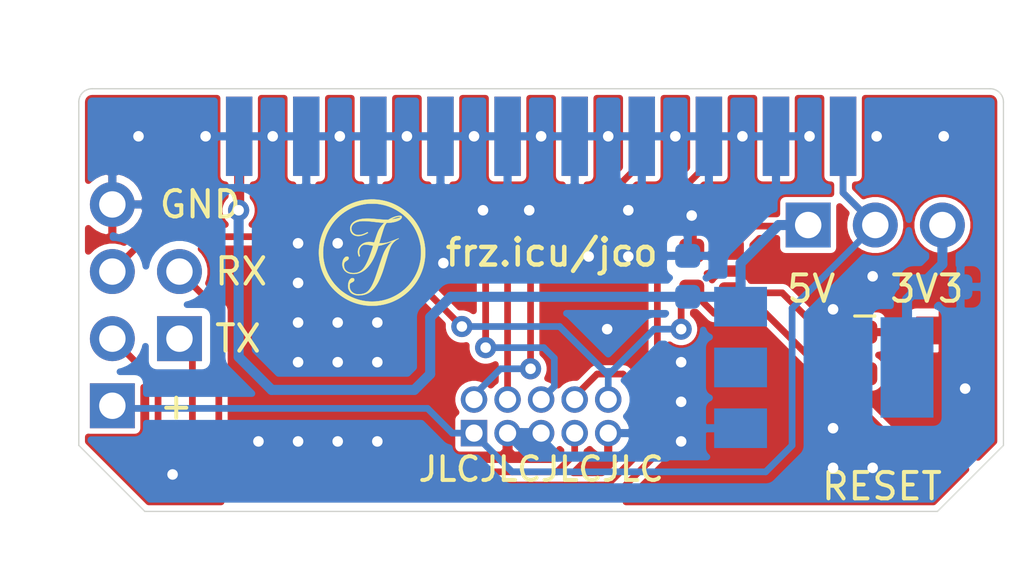
<source format=kicad_pcb>
(kicad_pcb (version 20171130) (host pcbnew "(5.1.8-0-10_14)")

  (general
    (thickness 2)
    (drawings 17)
    (tracks 176)
    (zones 0)
    (modules 13)
    (nets 16)
  )

  (page A4)
  (layers
    (0 F.Cu signal)
    (31 B.Cu signal)
    (32 B.Adhes user hide)
    (33 F.Adhes user hide)
    (34 B.Paste user)
    (35 F.Paste user hide)
    (36 B.SilkS user)
    (37 F.SilkS user hide)
    (38 B.Mask user)
    (39 F.Mask user hide)
    (40 Dwgs.User user hide)
    (41 Cmts.User user hide)
    (42 Eco1.User user hide)
    (43 Eco2.User user hide)
    (44 Edge.Cuts user)
    (45 Margin user hide)
    (46 B.CrtYd user)
    (47 F.CrtYd user hide)
    (48 B.Fab user)
    (49 F.Fab user hide)
  )

  (setup
    (last_trace_width 0.381)
    (user_trace_width 0.2032)
    (user_trace_width 0.254)
    (user_trace_width 0.3048)
    (user_trace_width 0.381)
    (user_trace_width 0.8)
    (trace_clearance 0.2)
    (zone_clearance 0.308)
    (zone_45_only no)
    (trace_min 0.2)
    (via_size 0.8)
    (via_drill 0.4)
    (via_min_size 0.4)
    (via_min_drill 0.3)
    (uvia_size 0.3)
    (uvia_drill 0.1)
    (uvias_allowed no)
    (uvia_min_size 0.2)
    (uvia_min_drill 0.1)
    (edge_width 0.05)
    (segment_width 0.2)
    (pcb_text_width 0.3)
    (pcb_text_size 1.5 1.5)
    (mod_edge_width 0.12)
    (mod_text_size 1 1)
    (mod_text_width 0.15)
    (pad_size 0.9 0.95)
    (pad_drill 0)
    (pad_to_mask_clearance 0)
    (aux_axis_origin 0 0)
    (visible_elements FFFFFF7F)
    (pcbplotparams
      (layerselection 0x010fc_ffffffff)
      (usegerberextensions false)
      (usegerberattributes true)
      (usegerberadvancedattributes true)
      (creategerberjobfile true)
      (excludeedgelayer true)
      (linewidth 0.100000)
      (plotframeref false)
      (viasonmask false)
      (mode 1)
      (useauxorigin false)
      (hpglpennumber 1)
      (hpglpenspeed 20)
      (hpglpendiameter 15.000000)
      (psnegative false)
      (psa4output false)
      (plotreference true)
      (plotvalue true)
      (plotinvisibletext false)
      (padsonsilk false)
      (subtractmaskfromsilk false)
      (outputformat 1)
      (mirror false)
      (drillshape 0)
      (scaleselection 1)
      (outputdirectory "20P-10P-gerber/"))
  )

  (net 0 "")
  (net 1 GND)
  (net 2 +5V)
  (net 3 +3V3)
  (net 4 RESET)
  (net 5 VTref)
  (net 6 SWDIO)
  (net 7 SWCLK)
  (net 8 SWO)
  (net 9 VCOM_RX)
  (net 10 VCOM_TX)
  (net 11 "Net-(J1-Pad3)")
  (net 12 "Net-(J1-Pad11)")
  (net 13 "Net-(D1-Pad2)")
  (net 14 SWO-RX)
  (net 15 SWO-TX)

  (net_class Default "This is the default net class."
    (clearance 0.2)
    (trace_width 0.25)
    (via_dia 0.8)
    (via_drill 0.4)
    (uvia_dia 0.3)
    (uvia_drill 0.1)
    (add_net +3V3)
    (add_net +5V)
    (add_net GND)
    (add_net "Net-(D1-Pad2)")
    (add_net "Net-(J1-Pad11)")
    (add_net "Net-(J1-Pad3)")
    (add_net RESET)
    (add_net SWCLK)
    (add_net SWDIO)
    (add_net SWO)
    (add_net SWO-RX)
    (add_net SWO-TX)
    (add_net VCOM_RX)
    (add_net VCOM_TX)
    (add_net VTref)
  )

  (module Logos:Logo_4mm (layer F.Cu) (tedit 60DD04BA) (tstamp 61130A79)
    (at 146.3 107.1)
    (fp_text reference G*** (at 0 0) (layer F.SilkS) hide
      (effects (font (size 1.524 1.524) (thickness 0.3)))
    )
    (fp_text value LOGO (at 0.23 -2.77) (layer F.SilkS) hide
      (effects (font (size 1.524 1.524) (thickness 0.3)))
    )
    (fp_poly (pts (xy 1.074863 -1.391572) (xy 1.077264 -1.39129) (xy 1.099096 -1.385914) (xy 1.114727 -1.376819)
      (xy 1.124244 -1.363907) (xy 1.127731 -1.347082) (xy 1.127054 -1.335694) (xy 1.120945 -1.312002)
      (xy 1.109027 -1.289582) (xy 1.090915 -1.267949) (xy 1.066226 -1.246619) (xy 1.044242 -1.23123)
      (xy 1.010952 -1.212303) (xy 0.971534 -1.194553) (xy 0.927059 -1.178238) (xy 0.878599 -1.163616)
      (xy 0.827225 -1.150947) (xy 0.774009 -1.140489) (xy 0.72002 -1.1325) (xy 0.666331 -1.12724)
      (xy 0.614013 -1.124966) (xy 0.603766 -1.124892) (xy 0.556203 -1.124857) (xy 0.535674 -1.099091)
      (xy 0.524602 -1.084746) (xy 0.514327 -1.070328) (xy 0.504632 -1.055297) (xy 0.495301 -1.039115)
      (xy 0.486116 -1.021244) (xy 0.476862 -1.001145) (xy 0.46732 -0.978279) (xy 0.457275 -0.952107)
      (xy 0.44651 -0.922092) (xy 0.434807 -0.887693) (xy 0.421951 -0.848372) (xy 0.407724 -0.803592)
      (xy 0.39191 -0.752812) (xy 0.377545 -0.706122) (xy 0.366355 -0.66948) (xy 0.354668 -0.630984)
      (xy 0.342911 -0.592061) (xy 0.331515 -0.554141) (xy 0.320908 -0.518651) (xy 0.31152 -0.487019)
      (xy 0.303779 -0.460675) (xy 0.302767 -0.4572) (xy 0.295364 -0.431803) (xy 0.288556 -0.408549)
      (xy 0.282623 -0.388392) (xy 0.277848 -0.372284) (xy 0.274512 -0.361178) (xy 0.272896 -0.356025)
      (xy 0.272856 -0.355917) (xy 0.273119 -0.354246) (xy 0.275905 -0.353053) (xy 0.282028 -0.352309)
      (xy 0.292301 -0.351984) (xy 0.307537 -0.352048) (xy 0.32855 -0.35247) (xy 0.350449 -0.353057)
      (xy 0.413244 -0.355993) (xy 0.470284 -0.361156) (xy 0.522775 -0.368733) (xy 0.571926 -0.378907)
      (xy 0.618944 -0.391863) (xy 0.632034 -0.396061) (xy 0.643999 -0.400217) (xy 0.6619 -0.406708)
      (xy 0.684913 -0.415221) (xy 0.712218 -0.425445) (xy 0.742992 -0.437066) (xy 0.776413 -0.449772)
      (xy 0.811659 -0.463251) (xy 0.847909 -0.47719) (xy 0.88434 -0.491276) (xy 0.920131 -0.505198)
      (xy 0.953407 -0.518229) (xy 1.008743 -0.539981) (xy 1.008641 -0.530341) (xy 1.007978 -0.525913)
      (xy 1.005368 -0.5219) (xy 0.999723 -0.517504) (xy 0.989954 -0.511929) (xy 0.974973 -0.504378)
      (xy 0.969634 -0.50177) (xy 0.931255 -0.48056) (xy 0.893574 -0.454443) (xy 0.85558 -0.422666)
      (xy 0.827217 -0.395612) (xy 0.796271 -0.362855) (xy 0.769148 -0.32997) (xy 0.745094 -0.29571)
      (xy 0.723354 -0.258829) (xy 0.703175 -0.218081) (xy 0.683802 -0.172218) (xy 0.670197 -0.136072)
      (xy 0.664016 -0.11883) (xy 0.657966 -0.101653) (xy 0.651892 -0.08405) (xy 0.645642 -0.065527)
      (xy 0.639061 -0.045593) (xy 0.631996 -0.023757) (xy 0.624293 0.000475) (xy 0.615797 0.027593)
      (xy 0.606355 0.058091) (xy 0.595814 0.092459) (xy 0.584018 0.131191) (xy 0.570815 0.174777)
      (xy 0.556051 0.223711) (xy 0.539571 0.278483) (xy 0.521222 0.339586) (xy 0.515873 0.357414)
      (xy 0.497504 0.418536) (xy 0.480961 0.473311) (xy 0.466039 0.522358) (xy 0.452534 0.566297)
      (xy 0.440241 0.605748) (xy 0.428957 0.64133) (xy 0.418476 0.673665) (xy 0.408595 0.703371)
      (xy 0.399109 0.731068) (xy 0.389813 0.757377) (xy 0.380504 0.782917) (xy 0.370976 0.808308)
      (xy 0.361027 0.834169) (xy 0.35045 0.861121) (xy 0.34659 0.870857) (xy 0.322597 0.930132)
      (xy 0.300036 0.983412) (xy 0.278408 1.031696) (xy 0.257213 1.075984) (xy 0.235952 1.117276)
      (xy 0.214125 1.156572) (xy 0.191232 1.194871) (xy 0.166774 1.233173) (xy 0.161618 1.240971)
      (xy 0.127999 1.28985) (xy 0.095958 1.332796) (xy 0.064707 1.370737) (xy 0.033456 1.404601)
      (xy 0.001418 1.435313) (xy -0.018143 1.452306) (xy -0.074184 1.495251) (xy -0.131923 1.531423)
      (xy -0.192113 1.561247) (xy -0.251769 1.583929) (xy -0.287844 1.5949) (xy -0.323304 1.603684)
      (xy -0.36021 1.610683) (xy -0.400621 1.6163) (xy -0.437179 1.620097) (xy -0.463869 1.622439)
      (xy -0.485113 1.623981) (xy -0.502673 1.624744) (xy -0.518314 1.624749) (xy -0.5338 1.624017)
      (xy -0.550893 1.622569) (xy -0.560753 1.621566) (xy -0.605108 1.614292) (xy -0.651328 1.601971)
      (xy -0.696975 1.5854) (xy -0.739613 1.565377) (xy -0.750317 1.55947) (xy -0.786413 1.534746)
      (xy -0.818925 1.504261) (xy -0.847288 1.468857) (xy -0.870934 1.429373) (xy -0.889296 1.386649)
      (xy -0.901809 1.341526) (xy -0.903571 1.332222) (xy -0.90615 1.310554) (xy -0.907465 1.283968)
      (xy -0.90756 1.254687) (xy -0.906476 1.224931) (xy -0.904258 1.196922) (xy -0.900948 1.172881)
      (xy -0.900409 1.170005) (xy -0.893106 1.139248) (xy -0.88335 1.108005) (xy -0.871982 1.078612)
      (xy -0.859843 1.053406) (xy -0.856042 1.046785) (xy -0.843345 1.028618) (xy -0.827657 1.01048)
      (xy -0.810728 0.994115) (xy -0.794307 0.981268) (xy -0.784656 0.975593) (xy -0.76638 0.969152)
      (xy -0.746012 0.965865) (xy -0.726131 0.965891) (xy -0.709313 0.969388) (xy -0.706003 0.970769)
      (xy -0.689169 0.982381) (xy -0.677961 0.998573) (xy -0.672374 1.019354) (xy -0.671954 1.023737)
      (xy -0.673072 1.047015) (xy -0.680171 1.067915) (xy -0.693536 1.086804) (xy -0.713452 1.104046)
      (xy -0.740201 1.120007) (xy -0.750808 1.125162) (xy -0.773234 1.135695) (xy -0.790109 1.14403)
      (xy -0.802541 1.15085) (xy -0.81164 1.156837) (xy -0.818516 1.162675) (xy -0.824277 1.169045)
      (xy -0.826309 1.171622) (xy -0.83419 1.183185) (xy -0.839872 1.195179) (xy -0.843671 1.20906)
      (xy -0.845907 1.226281) (xy -0.846896 1.248299) (xy -0.847021 1.266371) (xy -0.845312 1.306595)
      (xy -0.840146 1.342233) (xy -0.831131 1.375281) (xy -0.82023 1.402644) (xy -0.798921 1.440986)
      (xy -0.7717 1.475547) (xy -0.739082 1.505908) (xy -0.701586 1.531652) (xy -0.659729 1.552359)
      (xy -0.617111 1.566794) (xy -0.604953 1.569949) (xy -0.59412 1.572314) (xy -0.58324 1.574005)
      (xy -0.570942 1.57514) (xy -0.555855 1.575836) (xy -0.536607 1.576208) (xy -0.511827 1.576374)
      (xy -0.504372 1.576397) (xy -0.47377 1.576322) (xy -0.448619 1.575785) (xy -0.427116 1.574599)
      (xy -0.40746 1.572579) (xy -0.38785 1.56954) (xy -0.366483 1.565296) (xy -0.341558 1.559661)
      (xy -0.341238 1.559586) (xy -0.297803 1.547213) (xy -0.257278 1.530768) (xy -0.238472 1.521401)
      (xy -0.199857 1.497549) (xy -0.162242 1.467062) (xy -0.125544 1.42984) (xy -0.089681 1.38578)
      (xy -0.054568 1.334781) (xy -0.020124 1.276742) (xy 0.01266 1.213757) (xy 0.024715 1.188871)
      (xy 0.036283 1.164305) (xy 0.047532 1.139605) (xy 0.058626 1.114318) (xy 0.069733 1.087989)
      (xy 0.081017 1.060165) (xy 0.092646 1.030392) (xy 0.104785 0.998217) (xy 0.117601 0.963185)
      (xy 0.131259 0.924844) (xy 0.145925 0.882738) (xy 0.161765 0.836416) (xy 0.178947 0.785422)
      (xy 0.197634 0.729303) (xy 0.217995 0.667605) (xy 0.240194 0.599875) (xy 0.26365 0.527957)
      (xy 0.287854 0.453845) (xy 0.31012 0.386241) (xy 0.330616 0.324706) (xy 0.349516 0.268805)
      (xy 0.36699 0.2181) (xy 0.38321 0.172155) (xy 0.398346 0.130533) (xy 0.41257 0.092798)
      (xy 0.426053 0.058512) (xy 0.438967 0.02724) (xy 0.451483 -0.001456) (xy 0.463772 -0.028012)
      (xy 0.476005 -0.052865) (xy 0.488354 -0.076452) (xy 0.50099 -0.09921) (xy 0.514084 -0.121574)
      (xy 0.526097 -0.141238) (xy 0.554046 -0.183682) (xy 0.585025 -0.226264) (xy 0.617998 -0.267769)
      (xy 0.651931 -0.30698) (xy 0.685789 -0.342684) (xy 0.718537 -0.373663) (xy 0.737964 -0.390072)
      (xy 0.749677 -0.399682) (xy 0.758911 -0.407699) (xy 0.764409 -0.413009) (xy 0.765392 -0.414408)
      (xy 0.762335 -0.414318) (xy 0.753885 -0.412066) (xy 0.741438 -0.40806) (xy 0.73025 -0.404126)
      (xy 0.669626 -0.382185) (xy 0.615243 -0.362675) (xy 0.566565 -0.345431) (xy 0.523056 -0.330285)
      (xy 0.48418 -0.317073) (xy 0.449402 -0.305628) (xy 0.418185 -0.295784) (xy 0.389993 -0.287374)
      (xy 0.364292 -0.280233) (xy 0.340544 -0.274194) (xy 0.318215 -0.269092) (xy 0.296768 -0.264761)
      (xy 0.275668 -0.261033) (xy 0.261389 -0.258781) (xy 0.249893 -0.256719) (xy 0.243507 -0.254041)
      (xy 0.240129 -0.249328) (xy 0.238171 -0.243102) (xy 0.236075 -0.235992) (xy 0.232104 -0.223178)
      (xy 0.226635 -0.205851) (xy 0.220045 -0.185204) (xy 0.212712 -0.162431) (xy 0.209464 -0.1524)
      (xy 0.178468 -0.061436) (xy 0.145747 0.025889) (xy 0.111569 0.10898) (xy 0.076205 0.187242)
      (xy 0.039924 0.260082) (xy 0.002996 0.326904) (xy -0.03431 0.387115) (xy -0.037474 0.391885)
      (xy -0.086082 0.460983) (xy -0.135169 0.523118) (xy -0.185045 0.578582) (xy -0.236019 0.627669)
      (xy -0.288402 0.67067) (xy -0.342503 0.707878) (xy -0.398631 0.739585) (xy -0.413657 0.746994)
      (xy -0.475432 0.77325) (xy -0.537055 0.792602) (xy -0.599595 0.805271) (xy -0.66412 0.811479)
      (xy -0.725696 0.811691) (xy -0.786872 0.806678) (xy -0.843391 0.796367) (xy -0.895162 0.780812)
      (xy -0.942092 0.760064) (xy -0.984088 0.734175) (xy -1.021058 0.703197) (xy -1.052908 0.667182)
      (xy -1.079547 0.626182) (xy -1.089017 0.607785) (xy -1.102645 0.576261) (xy -1.112447 0.545789)
      (xy -1.118974 0.514038) (xy -1.122777 0.478677) (xy -1.123751 0.460828) (xy -1.123267 0.406719)
      (xy -1.117256 0.356206) (xy -1.105821 0.309628) (xy -1.089066 0.26732) (xy -1.067094 0.229623)
      (xy -1.044242 0.201294) (xy -1.023607 0.181365) (xy -1.003951 0.167383) (xy -0.983691 0.158506)
      (xy -0.961246 0.153889) (xy -0.954053 0.153223) (xy -0.929797 0.153754) (xy -0.910806 0.159256)
      (xy -0.89698 0.169813) (xy -0.88822 0.185509) (xy -0.884424 0.206429) (xy -0.884243 0.211975)
      (xy -0.886032 0.231421) (xy -0.892167 0.249058) (xy -0.90322 0.265592) (xy -0.919762 0.281733)
      (xy -0.942364 0.298187) (xy -0.964859 0.311861) (xy -0.996524 0.332365) (xy -1.021421 0.354147)
      (xy -1.040012 0.37805) (xy -1.052758 0.404916) (xy -1.06012 0.435588) (xy -1.06256 0.470907)
      (xy -1.062134 0.489434) (xy -1.056679 0.536348) (xy -1.045059 0.579611) (xy -1.027477 0.619051)
      (xy -1.004138 0.654493) (xy -0.975246 0.685763) (xy -0.941006 0.712689) (xy -0.901623 0.735095)
      (xy -0.857299 0.752808) (xy -0.808241 0.765655) (xy -0.754652 0.773461) (xy -0.725715 0.775442)
      (xy -0.66402 0.775187) (xy -0.605781 0.768872) (xy -0.551189 0.756545) (xy -0.500439 0.738252)
      (xy -0.453724 0.714041) (xy -0.440852 0.705848) (xy -0.405612 0.679927) (xy -0.372053 0.650014)
      (xy -0.339781 0.6156) (xy -0.3084 0.576175) (xy -0.277514 0.531232) (xy -0.246727 0.48026)
      (xy -0.215646 0.42275) (xy -0.205517 0.402771) (xy -0.184463 0.359461) (xy -0.16367 0.314229)
      (xy -0.142907 0.266474) (xy -0.121938 0.21559) (xy -0.100531 0.160976) (xy -0.07845 0.102026)
      (xy -0.055464 0.038139) (xy -0.031336 -0.031291) (xy -0.005835 -0.106866) (xy 0.007441 -0.146957)
      (xy 0.015986 -0.172884) (xy 0.023834 -0.196661) (xy 0.030689 -0.217389) (xy 0.036254 -0.234169)
      (xy 0.040229 -0.246104) (xy 0.042318 -0.252293) (xy 0.042523 -0.252872) (xy 0.040549 -0.256447)
      (xy 0.032728 -0.259072) (xy 0.032053 -0.259189) (xy 0.025422 -0.260347) (xy 0.012684 -0.262625)
      (xy -0.005129 -0.265836) (xy -0.026986 -0.269795) (xy -0.051856 -0.274314) (xy -0.078706 -0.279208)
      (xy -0.083457 -0.280075) (xy -0.114551 -0.2857) (xy -0.139775 -0.290095) (xy -0.160382 -0.293413)
      (xy -0.177627 -0.295805) (xy -0.192764 -0.297422) (xy -0.207047 -0.298416) (xy -0.221731 -0.29894)
      (xy -0.238068 -0.299143) (xy -0.2413 -0.299158) (xy -0.263204 -0.299124) (xy -0.279506 -0.298718)
      (xy -0.29186 -0.29776) (xy -0.30192 -0.296071) (xy -0.311339 -0.293472) (xy -0.319315 -0.290693)
      (xy -0.355558 -0.273628) (xy -0.388002 -0.250749) (xy -0.416333 -0.222608) (xy -0.440239 -0.189753)
      (xy -0.459406 -0.152737) (xy -0.473523 -0.11211) (xy -0.482275 -0.068423) (xy -0.48535 -0.022226)
      (xy -0.48473 0.000476) (xy -0.481017 0.036324) (xy -0.474306 0.070581) (xy -0.465086 0.100989)
      (xy -0.46075 0.111693) (xy -0.453175 0.128814) (xy -0.462389 0.136163) (xy -0.47241 0.143453)
      (xy -0.482656 0.150041) (xy -0.493708 0.15657) (xy -0.506293 0.129331) (xy -0.521834 0.08755)
      (xy -0.531784 0.042497) (xy -0.536173 -0.004505) (xy -0.535026 -0.052132) (xy -0.528373 -0.099062)
      (xy -0.516239 -0.143972) (xy -0.49982 -0.183243) (xy -0.47448 -0.225626) (xy -0.443226 -0.264179)
      (xy -0.406478 -0.298618) (xy -0.364657 -0.328655) (xy -0.318181 -0.354005) (xy -0.267471 -0.374382)
      (xy -0.212946 -0.3895) (xy -0.1905 -0.393951) (xy -0.164481 -0.397483) (xy -0.133685 -0.399639)
      (xy -0.096984 -0.400494) (xy -0.092529 -0.400512) (xy -0.068172 -0.400438) (xy -0.049 -0.399956)
      (xy -0.032946 -0.39887) (xy -0.017941 -0.396985) (xy -0.001916 -0.394105) (xy 0.016328 -0.390228)
      (xy 0.034648 -0.386296) (xy 0.051056 -0.382993) (xy 0.063915 -0.380633) (xy 0.071589 -0.379531)
      (xy 0.07221 -0.379492) (xy 0.074619 -0.379722) (xy 0.076938 -0.381033) (xy 0.079438 -0.38409)
      (xy 0.08239 -0.389558) (xy 0.086064 -0.398101) (xy 0.090731 -0.410385) (xy 0.096661 -0.427074)
      (xy 0.104125 -0.448834) (xy 0.113394 -0.476327) (xy 0.12157 -0.500743) (xy 0.140839 -0.5581)
      (xy 0.158195 -0.609117) (xy 0.173888 -0.654383) (xy 0.188162 -0.694488) (xy 0.201265 -0.73002)
      (xy 0.213445 -0.761569) (xy 0.224946 -0.789724) (xy 0.236017 -0.815074) (xy 0.246904 -0.838207)
      (xy 0.257855 -0.859714) (xy 0.269115 -0.880183) (xy 0.280931 -0.900203) (xy 0.293551 -0.920363)
      (xy 0.30423 -0.936744) (xy 0.335038 -0.980252) (xy 0.37109 -1.025413) (xy 0.412953 -1.072934)
      (xy 0.422793 -1.083555) (xy 0.460479 -1.123895) (xy 0.414389 -1.126343) (xy 0.393325 -1.127579)
      (xy 0.371144 -1.129132) (xy 0.347123 -1.131074) (xy 0.320538 -1.133477) (xy 0.290667 -1.136412)
      (xy 0.256784 -1.139953) (xy 0.218167 -1.144171) (xy 0.174091 -1.149138) (xy 0.123833 -1.154927)
      (xy 0.1016 -1.157516) (xy 0.04175 -1.164405) (xy -0.011684 -1.170325) (xy -0.059473 -1.175337)
      (xy -0.102385 -1.179502) (xy -0.141188 -1.182882) (xy -0.176652 -1.185536) (xy -0.209546 -1.187527)
      (xy -0.240639 -1.188914) (xy -0.270698 -1.189759) (xy -0.300495 -1.190122) (xy -0.310338 -1.190147)
      (xy -0.347403 -1.189948) (xy -0.378697 -1.189257) (xy -0.405697 -1.187965) (xy -0.429879 -1.185963)
      (xy -0.452719 -1.183142) (xy -0.475694 -1.179395) (xy -0.488043 -1.177071) (xy -0.544044 -1.163783)
      (xy -0.593919 -1.146928) (xy -0.637934 -1.126378) (xy -0.676355 -1.102005) (xy -0.709447 -1.073681)
      (xy -0.715827 -1.067132) (xy -0.741875 -1.035042) (xy -0.761007 -1.001104) (xy -0.773452 -0.964742)
      (xy -0.779441 -0.925381) (xy -0.78009 -0.905656) (xy -0.77721 -0.86474) (xy -0.768506 -0.827782)
      (xy -0.753669 -0.794021) (xy -0.732389 -0.7627) (xy -0.713399 -0.741724) (xy -0.68744 -0.7183)
      (xy -0.661297 -0.700299) (xy -0.632527 -0.686259) (xy -0.604157 -0.676339) (xy -0.590045 -0.672291)
      (xy -0.577744 -0.669507) (xy -0.565263 -0.667753) (xy -0.55061 -0.666797) (xy -0.531794 -0.666403)
      (xy -0.518886 -0.666342) (xy -0.485194 -0.667076) (xy -0.454362 -0.669643) (xy -0.424033 -0.67441)
      (xy -0.391852 -0.681745) (xy -0.357047 -0.691536) (xy -0.325156 -0.70205) (xy -0.291433 -0.714797)
      (xy -0.25812 -0.728831) (xy -0.227461 -0.74321) (xy -0.202159 -0.756721) (xy -0.189563 -0.763886)
      (xy -0.179653 -0.769231) (xy -0.173843 -0.772008) (xy -0.172913 -0.772192) (xy -0.170349 -0.769055)
      (xy -0.164451 -0.762424) (xy -0.160507 -0.7581) (xy -0.148657 -0.745208) (xy -0.184093 -0.725024)
      (xy -0.216303 -0.707946) (xy -0.252584 -0.690873) (xy -0.291158 -0.674496) (xy -0.330248 -0.659507)
      (xy -0.368078 -0.646597) (xy -0.402871 -0.636459) (xy -0.424885 -0.631296) (xy -0.478296 -0.623184)
      (xy -0.529428 -0.620934) (xy -0.577892 -0.624377) (xy -0.623298 -0.633347) (xy -0.665258 -0.647675)
      (xy -0.703382 -0.667192) (xy -0.737282 -0.691732) (xy -0.766568 -0.721125) (xy -0.790852 -0.755204)
      (xy -0.809745 -0.793801) (xy -0.811466 -0.798286) (xy -0.823437 -0.837598) (xy -0.829505 -0.87674)
      (xy -0.830043 -0.918238) (xy -0.829797 -0.922789) (xy -0.823583 -0.969101) (xy -0.810661 -1.012655)
      (xy -0.791044 -1.053437) (xy -0.764742 -1.091432) (xy -0.731767 -1.126626) (xy -0.692131 -1.159002)
      (xy -0.645846 -1.188547) (xy -0.608175 -1.208169) (xy -0.553598 -1.230974) (xy -0.49313 -1.250006)
      (xy -0.427113 -1.26521) (xy -0.355892 -1.276531) (xy -0.279806 -1.283913) (xy -0.1992 -1.2873)
      (xy -0.121557 -1.286848) (xy -0.104861 -1.286373) (xy -0.08946 -1.285878) (xy -0.074697 -1.285314)
      (xy -0.059911 -1.284634) (xy -0.044444 -1.28379) (xy -0.027636 -1.282733) (xy -0.008828 -1.281416)
      (xy 0.01264 -1.27979) (xy 0.037427 -1.277808) (xy 0.066191 -1.275421) (xy 0.099593 -1.272582)
      (xy 0.138292 -1.269241) (xy 0.182947 -1.265352) (xy 0.230414 -1.2612) (xy 0.289182 -1.256164)
      (xy 0.341467 -1.251933) (xy 0.387994 -1.248463) (xy 0.429487 -1.245709) (xy 0.466672 -1.243627)
      (xy 0.500272 -1.242175) (xy 0.531013 -1.241307) (xy 0.55962 -1.240979) (xy 0.563589 -1.240974)
      (xy 0.617365 -1.240972) (xy 0.643479 -1.256824) (xy 0.653226 -1.262329) (xy 0.7493 -1.262329)
      (xy 0.776005 -1.26461) (xy 0.790994 -1.266209) (xy 0.810276 -1.268719) (xy 0.831005 -1.271751)
      (xy 0.844948 -1.273993) (xy 0.883467 -1.280945) (xy 0.920229 -1.288492) (xy 0.954611 -1.296442)
      (xy 0.985988 -1.3046) (xy 1.013736 -1.312776) (xy 1.037231 -1.320775) (xy 1.055849 -1.328406)
      (xy 1.068965 -1.335477) (xy 1.075956 -1.341793) (xy 1.076888 -1.345579) (xy 1.07279 -1.34859)
      (xy 1.062745 -1.350512) (xy 1.047977 -1.351377) (xy 1.029709 -1.351212) (xy 1.009165 -1.350048)
      (xy 0.987568 -1.347913) (xy 0.966144 -1.344838) (xy 0.954314 -1.342642) (xy 0.924857 -1.33563)
      (xy 0.892994 -1.326302) (xy 0.860432 -1.315292) (xy 0.828876 -1.303238) (xy 0.800035 -1.290776)
      (xy 0.775614 -1.278543) (xy 0.763814 -1.271592) (xy 0.7493 -1.262329) (xy 0.653226 -1.262329)
      (xy 0.703234 -1.290572) (xy 0.764104 -1.320104) (xy 0.824871 -1.344924) (xy 0.884319 -1.364535)
      (xy 0.941229 -1.378441) (xy 0.941614 -1.378516) (xy 0.965986 -1.382802) (xy 0.991635 -1.386446)
      (xy 1.016954 -1.389296) (xy 1.040337 -1.391201) (xy 1.060175 -1.39201) (xy 1.074863 -1.391572)) (layer F.SilkS) (width 0.01))
    (fp_poly (pts (xy 0.088256 -2.01062) (xy 0.206475 -2.002149) (xy 0.324478 -1.986681) (xy 0.441946 -1.96415)
      (xy 0.477624 -1.95586) (xy 0.559496 -1.934416) (xy 0.637456 -1.910486) (xy 0.713547 -1.88333)
      (xy 0.789809 -1.852212) (xy 0.868283 -1.816392) (xy 0.883557 -1.80902) (xy 0.990624 -1.752937)
      (xy 1.093572 -1.690942) (xy 1.192215 -1.62322) (xy 1.286369 -1.549958) (xy 1.375846 -1.471342)
      (xy 1.460463 -1.387558) (xy 1.540033 -1.298793) (xy 1.614372 -1.205231) (xy 1.683293 -1.10706)
      (xy 1.746613 -1.004464) (xy 1.804144 -0.897632) (xy 1.81644 -0.872683) (xy 1.865303 -0.763565)
      (xy 1.907421 -0.651955) (xy 1.94274 -0.538169) (xy 1.971207 -0.422522) (xy 1.992769 -0.30533)
      (xy 2.007372 -0.186907) (xy 2.014963 -0.067569) (xy 2.015489 0.05237) (xy 2.008897 0.172593)
      (xy 2.002956 0.232364) (xy 1.98567 0.351852) (xy 1.961363 0.469633) (xy 1.930117 0.585479)
      (xy 1.892015 0.699163) (xy 1.847141 0.810456) (xy 1.795577 0.91913) (xy 1.737407 1.024956)
      (xy 1.68186 1.113971) (xy 1.614125 1.210072) (xy 1.540383 1.302411) (xy 1.461053 1.390589)
      (xy 1.376558 1.474209) (xy 1.287319 1.552875) (xy 1.193757 1.626188) (xy 1.096294 1.693751)
      (xy 1.012371 1.74539) (xy 0.985376 1.760531) (xy 0.953406 1.77757) (xy 0.918197 1.79565)
      (xy 0.881489 1.81391) (xy 0.845018 1.831494) (xy 0.810522 1.847542) (xy 0.779739 1.861197)
      (xy 0.767443 1.866381) (xy 0.661803 1.906267) (xy 0.552349 1.940378) (xy 0.439917 1.96851)
      (xy 0.325342 1.990459) (xy 0.20946 2.006021) (xy 0.185057 2.008456) (xy 0.156713 2.010653)
      (xy 0.123118 2.0125) (xy 0.085885 2.01397) (xy 0.046626 2.015034) (xy 0.006951 2.015665)
      (xy -0.031527 2.015835) (xy -0.067197 2.015516) (xy -0.098447 2.01468) (xy -0.117929 2.013702)
      (xy -0.240042 2.002282) (xy -0.360162 1.983957) (xy -0.47808 1.95883) (xy -0.593588 1.927002)
      (xy -0.706476 1.888577) (xy -0.816537 1.843657) (xy -0.923561 1.792344) (xy -1.02734 1.734741)
      (xy -1.127665 1.670949) (xy -1.224328 1.601072) (xy -1.317119 1.525212) (xy -1.40583 1.443471)
      (xy -1.490253 1.355951) (xy -1.515217 1.328009) (xy -1.591489 1.235654) (xy -1.661712 1.139458)
      (xy -1.725803 1.039717) (xy -1.783678 0.936721) (xy -1.835254 0.830765) (xy -1.880447 0.722141)
      (xy -1.919174 0.611143) (xy -1.951352 0.498063) (xy -1.976897 0.383194) (xy -1.995725 0.266829)
      (xy -2.007754 0.149262) (xy -2.0129 0.030785) (xy -2.012343 -0.005703) (xy -1.852833 -0.005703)
      (xy -1.849717 0.108576) (xy -1.83951 0.22323) (xy -1.826867 0.310951) (xy -1.804121 0.424836)
      (xy -1.774655 0.536012) (xy -1.738458 0.644501) (xy -1.69552 0.750327) (xy -1.645831 0.85351)
      (xy -1.589381 0.954075) (xy -1.526159 1.052043) (xy -1.456154 1.147438) (xy -1.418916 1.1938)
      (xy -1.402769 1.212543) (xy -1.382406 1.234952) (xy -1.358861 1.259989) (xy -1.333166 1.286613)
      (xy -1.306357 1.313786) (xy -1.279465 1.340469) (xy -1.253526 1.36562) (xy -1.229572 1.388203)
      (xy -1.208637 1.407176) (xy -1.195615 1.418349) (xy -1.110418 1.485396) (xy -1.023553 1.546818)
      (xy -0.935671 1.6022) (xy -0.847429 1.651124) (xy -0.776417 1.685605) (xy -0.666978 1.731495)
      (xy -0.556433 1.77022) (xy -0.444809 1.801775) (xy -0.332132 1.826155) (xy -0.218429 1.843355)
      (xy -0.103727 1.853371) (xy 0.011947 1.856199) (xy 0.128568 1.851832) (xy 0.148771 1.850352)
      (xy 0.263574 1.837732) (xy 0.376805 1.818079) (xy 0.48822 1.791494) (xy 0.597574 1.75808)
      (xy 0.704624 1.717938) (xy 0.809126 1.671169) (xy 0.910835 1.617875) (xy 1.009506 1.558158)
      (xy 1.104897 1.492119) (xy 1.196763 1.41986) (xy 1.210128 1.408573) (xy 1.228895 1.391947)
      (xy 1.251281 1.371093) (xy 1.276185 1.347123) (xy 1.302504 1.321151) (xy 1.329136 1.294291)
      (xy 1.354979 1.267655) (xy 1.378931 1.242359) (xy 1.399889 1.219516) (xy 1.416751 1.200238)
      (xy 1.419104 1.197428) (xy 1.492641 1.10352) (xy 1.55942 1.006969) (xy 1.619455 0.907749)
      (xy 1.672755 0.805838) (xy 1.719331 0.701211) (xy 1.759196 0.593843) (xy 1.79236 0.483711)
      (xy 1.818834 0.37079) (xy 1.830389 0.308428) (xy 1.83573 0.275941) (xy 1.840139 0.246949)
      (xy 1.843702 0.22024) (xy 1.846508 0.1946) (xy 1.848641 0.168817) (xy 1.850188 0.141678)
      (xy 1.851236 0.11197) (xy 1.851871 0.07848) (xy 1.85218 0.039995) (xy 1.852251 0.001814)
      (xy 1.852154 -0.04196) (xy 1.851806 -0.079692) (xy 1.851119 -0.112594) (xy 1.850008 -0.14188)
      (xy 1.848386 -0.168762) (xy 1.846166 -0.194454) (xy 1.843263 -0.220168) (xy 1.839588 -0.247118)
      (xy 1.835057 -0.276515) (xy 1.830389 -0.3048) (xy 1.807612 -0.41848) (xy 1.778064 -0.529761)
      (xy 1.741904 -0.638402) (xy 1.69929 -0.744156) (xy 1.650383 -0.846782) (xy 1.595341 -0.946036)
      (xy 1.534323 -1.041672) (xy 1.467488 -1.133449) (xy 1.394995 -1.221122) (xy 1.317003 -1.304446)
      (xy 1.233671 -1.38318) (xy 1.145158 -1.457078) (xy 1.051624 -1.525897) (xy 1.019628 -1.547488)
      (xy 0.921869 -1.607851) (xy 0.82151 -1.661553) (xy 0.718407 -1.708646) (xy 0.612417 -1.749179)
      (xy 0.503395 -1.783205) (xy 0.391197 -1.810774) (xy 0.275679 -1.831938) (xy 0.183243 -1.844024)
      (xy 0.165518 -1.845453) (xy 0.141719 -1.84663) (xy 0.113015 -1.847556) (xy 0.080574 -1.848232)
      (xy 0.045565 -1.848656) (xy 0.009155 -1.848829) (xy -0.027486 -1.848752) (xy -0.06319 -1.848424)
      (xy -0.096788 -1.847845) (xy -0.127113 -1.847016) (xy -0.152995 -1.845936) (xy -0.173266 -1.844606)
      (xy -0.179615 -1.843996) (xy -0.298466 -1.827542) (xy -0.414337 -1.804515) (xy -0.527152 -1.77495)
      (xy -0.63683 -1.738886) (xy -0.743296 -1.696357) (xy -0.846469 -1.6474) (xy -0.946274 -1.592052)
      (xy -1.04263 -1.530349) (xy -1.135461 -1.462327) (xy -1.224689 -1.388023) (xy -1.290872 -1.326566)
      (xy -1.371382 -1.243285) (xy -1.446022 -1.155897) (xy -1.5147 -1.064691) (xy -1.57732 -0.969952)
      (xy -1.633789 -0.871968) (xy -1.684013 -0.771026) (xy -1.727898 -0.667413) (xy -1.765351 -0.561415)
      (xy -1.796276 -0.45332) (xy -1.820581 -0.343414) (xy -1.838172 -0.231985) (xy -1.848954 -0.119319)
      (xy -1.852833 -0.005703) (xy -2.012343 -0.005703) (xy -2.011079 -0.088309) (xy -2.002208 -0.207726)
      (xy -1.986303 -0.326572) (xy -1.963377 -0.444237) (xy -1.93359 -0.559795) (xy -1.897094 -0.672984)
      (xy -1.854045 -0.783545) (xy -1.804597 -0.89122) (xy -1.748907 -0.995747) (xy -1.687127 -1.096868)
      (xy -1.619415 -1.194324) (xy -1.545923 -1.287853) (xy -1.466807 -1.377198) (xy -1.382222 -1.462098)
      (xy -1.292323 -1.542293) (xy -1.2319 -1.591162) (xy -1.135806 -1.661374) (xy -1.036124 -1.725401)
      (xy -0.933171 -1.783176) (xy -0.827266 -1.83463) (xy -0.718724 -1.879696) (xy -0.607862 -1.918307)
      (xy -0.494999 -1.950395) (xy -0.38045 -1.975892) (xy -0.264533 -1.994731) (xy -0.147565 -2.006843)
      (xy -0.029863 -2.012162) (xy 0.088256 -2.01062)) (layer F.SilkS) (width 0.01))
  )

  (module Connector_PinHeader_2.54mm:PinHeader_1x02_P2.54mm_Vertical (layer F.Cu) (tedit 60C4EADD) (tstamp 6112EDCA)
    (at 139.01 110.36 180)
    (descr "Through hole straight pin header, 1x02, 2.54mm pitch, single row")
    (tags "Through hole pin header THT 1x02 2.54mm single row")
    (path /611331D5)
    (fp_text reference J4 (at 0 -2.33) (layer F.SilkS) hide
      (effects (font (size 1 1) (thickness 0.15)))
    )
    (fp_text value Conn_01x02 (at 0 -8.94) (layer F.Fab)
      (effects (font (size 1 1) (thickness 0.15)))
    )
    (fp_line (start 1.8 -1.8) (end -1.8 -1.8) (layer F.CrtYd) (width 0.05))
    (fp_line (start 1.8 4.35) (end 1.8 -1.8) (layer F.CrtYd) (width 0.05))
    (fp_line (start -1.8 4.35) (end 1.8 4.35) (layer F.CrtYd) (width 0.05))
    (fp_line (start -1.8 -1.8) (end -1.8 4.35) (layer F.CrtYd) (width 0.05))
    (fp_line (start -1.27 -0.635) (end -0.635 -1.27) (layer F.Fab) (width 0.1))
    (fp_line (start -1.27 3.81) (end -1.27 -0.635) (layer F.Fab) (width 0.1))
    (fp_line (start 1.27 3.81) (end -1.27 3.81) (layer F.Fab) (width 0.1))
    (fp_line (start 1.27 -1.27) (end 1.27 3.81) (layer F.Fab) (width 0.1))
    (fp_line (start -0.635 -1.27) (end 1.27 -1.27) (layer F.Fab) (width 0.1))
    (fp_text user %R (at 0.01 -7.44 180) (layer F.Fab)
      (effects (font (size 1 1) (thickness 0.15)))
    )
    (pad 2 thru_hole oval (at 0 2.54 180) (size 1.7 1.7) (drill 1) (layers *.Cu *.Mask)
      (net 14 SWO-RX))
    (pad 1 thru_hole rect (at 0 0 180) (size 1.7 1.7) (drill 1) (layers *.Cu *.Mask)
      (net 15 SWO-TX))
    (model ${KISYS3DMOD}/Connector_PinHeader_2.54mm.3dshapes/PinHeader_1x02_P2.54mm_Vertical.wrl
      (at (xyz 0 0 0))
      (scale (xyz 1 1 1))
      (rotate (xyz 0 0 0))
    )
  )

  (module Connector_IDC:IDC-Header_2x05_P1.27mm_Latch_Vertical (layer F.Cu) (tedit 61127838) (tstamp 6112F56A)
    (at 152.7 113.3)
    (path /6112BDA1)
    (fp_text reference J2 (at 0 0.5) (layer F.SilkS) hide
      (effects (font (size 1 1) (thickness 0.15)))
    )
    (fp_text value "10P SWD" (at 0 4.6) (layer F.Fab)
      (effects (font (size 1 1) (thickness 0.15)))
    )
    (fp_line (start 10.415 -3.335) (end 10.415 3.335) (layer F.CrtYd) (width 0.12))
    (fp_line (start 10.415 3.335) (end -10.415 3.335) (layer F.CrtYd) (width 0.12))
    (fp_line (start -10.415 -3.335) (end 10.415 -3.335) (layer F.CrtYd) (width 0.12))
    (fp_line (start -10.415 3.335) (end -10.415 -3.335) (layer F.CrtYd) (width 0.12))
    (fp_text user %R (at 0 0 180) (layer F.Fab)
      (effects (font (size 1 1) (thickness 0.15)))
    )
    (pad 2 thru_hole oval (at -2.54 -0.635 90) (size 1 1) (drill 0.65) (layers *.Cu *.Mask)
      (net 6 SWDIO))
    (pad 3 thru_hole oval (at -1.27 0.635 90) (size 1 1) (drill 0.65) (layers *.Cu *.Mask)
      (net 1 GND))
    (pad 4 thru_hole oval (at -1.27 -0.635 90) (size 1 1) (drill 0.65) (layers *.Cu *.Mask)
      (net 7 SWCLK))
    (pad 5 thru_hole oval (at 0 0.635 90) (size 1 1) (drill 0.65) (layers *.Cu *.Mask)
      (net 1 GND))
    (pad 6 thru_hole oval (at 0 -0.635 90) (size 1 1) (drill 0.65) (layers *.Cu *.Mask)
      (net 8 SWO))
    (pad 7 thru_hole oval (at 1.27 0.635 90) (size 1 1) (drill 0.65) (layers *.Cu *.Mask)
      (net 14 SWO-RX))
    (pad 8 thru_hole oval (at 1.27 -0.635 90) (size 1 1) (drill 0.65) (layers *.Cu *.Mask)
      (net 15 SWO-TX))
    (pad 9 thru_hole oval (at 2.54 0.635 90) (size 1 1) (drill 0.65) (layers *.Cu *.Mask)
      (net 1 GND))
    (pad 10 thru_hole oval (at 2.54 -0.635 90) (size 1 1) (drill 0.65) (layers *.Cu *.Mask)
      (net 4 RESET))
    (pad 1 thru_hole rect (at -2.54 0.635 90) (size 1 1) (drill 0.65) (layers *.Cu *.Mask)
      (net 5 VTref))
    (model ${KISYS3DMOD}/Connector_IDC.3dshapes/m50-3550542_asm.stp
      (offset (xyz 0 0 4.1))
      (scale (xyz 1 1 1))
      (rotate (xyz -90 0 0))
    )
  )

  (module Package_TO_SOT_SMD:SOT-223-3_TabPin2 (layer B.Cu) (tedit 60DCAEB9) (tstamp 60E06AE5)
    (at 163.4 111.45)
    (descr "module CMS SOT223 4 pins")
    (tags "CMS SOT")
    (path /6145744D)
    (attr smd)
    (fp_text reference U1 (at 0 4.5 180) (layer B.SilkS) hide
      (effects (font (size 1 1) (thickness 0.15)) (justify mirror))
    )
    (fp_text value LDL1117S33R (at -7.0816 7.012 180) (layer B.Fab)
      (effects (font (size 1 1) (thickness 0.15)) (justify mirror))
    )
    (fp_line (start 1.85 3.35) (end 1.85 -3.35) (layer B.Fab) (width 0.1))
    (fp_line (start -1.85 -3.35) (end 1.85 -3.35) (layer B.Fab) (width 0.1))
    (fp_line (start -0.85 3.35) (end 1.85 3.35) (layer B.Fab) (width 0.1))
    (fp_line (start -1.85 2.35) (end -1.85 -3.35) (layer B.Fab) (width 0.1))
    (fp_line (start -1.85 2.35) (end -0.85 3.35) (layer B.Fab) (width 0.1))
    (fp_line (start -4.4 3.6) (end -4.4 -3.6) (layer B.CrtYd) (width 0.05))
    (fp_line (start -4.4 -3.6) (end 4.4 -3.6) (layer B.CrtYd) (width 0.05))
    (fp_line (start 4.4 -3.6) (end 4.4 3.6) (layer B.CrtYd) (width 0.05))
    (fp_line (start 4.4 3.6) (end -4.4 3.6) (layer B.CrtYd) (width 0.05))
    (fp_text user %R (at -1.138 6.9104) (layer B.Fab)
      (effects (font (size 0.8 0.8) (thickness 0.12)) (justify mirror))
    )
    (pad 1 smd rect (at -3.15 2.3) (size 2 1.5) (layers B.Cu B.Paste B.Mask)
      (net 1 GND))
    (pad 3 smd rect (at -3.15 -2.3) (size 2 1.5) (layers B.Cu B.Paste B.Mask)
      (net 2 +5V))
    (pad 2 smd rect (at -3.15 0) (size 2 1.5) (layers B.Cu B.Paste B.Mask)
      (net 3 +3V3))
    (pad 2 smd rect (at 3.15 0) (size 2 3.8) (layers B.Cu B.Paste B.Mask)
      (net 3 +3V3))
    (model ${KISYS3DMOD}/Package_TO_SOT_SMD.3dshapes/SOT-223.wrl
      (at (xyz 0 0 0))
      (scale (xyz 1 1 1))
      (rotate (xyz 0 0 0))
    )
  )

  (module Connector_PinHeader_2.54mm:PinHeader_1x03_P2.54mm_Vertical (layer F.Cu) (tedit 60DCACAE) (tstamp 60E06AB4)
    (at 162.809 106.059 90)
    (descr "Through hole straight pin header, 1x03, 2.54mm pitch, single row")
    (tags "Through hole pin header THT 1x03 2.54mm single row")
    (path /6144AD7A)
    (fp_text reference JP1 (at 0 -2.33 90) (layer F.SilkS) hide
      (effects (font (size 1 1) (thickness 0.15)))
    )
    (fp_text value Jumper_NC_Dual (at 0 8.255 90) (layer F.Fab)
      (effects (font (size 1 1) (thickness 0.15)))
    )
    (fp_line (start 1.8 -1.8) (end -1.8 -1.8) (layer F.CrtYd) (width 0.05))
    (fp_line (start 1.8 6.85) (end 1.8 -1.8) (layer F.CrtYd) (width 0.05))
    (fp_line (start -1.8 6.85) (end 1.8 6.85) (layer F.CrtYd) (width 0.05))
    (fp_line (start -1.8 -1.8) (end -1.8 6.85) (layer F.CrtYd) (width 0.05))
    (fp_line (start -1.27 -0.635) (end -0.635 -1.27) (layer F.Fab) (width 0.1))
    (fp_line (start -1.27 6.35) (end -1.27 -0.635) (layer F.Fab) (width 0.1))
    (fp_line (start 1.27 6.35) (end -1.27 6.35) (layer F.Fab) (width 0.1))
    (fp_line (start 1.27 -1.27) (end 1.27 6.35) (layer F.Fab) (width 0.1))
    (fp_line (start -0.635 -1.27) (end 1.27 -1.27) (layer F.Fab) (width 0.1))
    (fp_text user %R (at 7.0358 6.5786 270) (layer F.Fab)
      (effects (font (size 1 1) (thickness 0.15)))
    )
    (pad 3 thru_hole oval (at 0 5.08 90) (size 1.7 1.7) (drill 1) (layers *.Cu *.Mask)
      (net 3 +3V3))
    (pad 2 thru_hole oval (at 0 2.54 90) (size 1.7 1.7) (drill 1) (layers *.Cu *.Mask)
      (net 5 VTref))
    (pad 1 thru_hole rect (at 0 0 90) (size 1.7 1.7) (drill 1) (layers *.Cu *.Mask)
      (net 2 +5V))
    (model ${KISYS3DMOD}/Connector_PinHeader_2.54mm.3dshapes/PinHeader_1x03_P2.54mm_Vertical.wrl
      (at (xyz 0 0 0))
      (scale (xyz 1 1 1))
      (rotate (xyz 0 0 0))
    )
    (model ${KISYS3DMOD}/Connector_PinHeader_2.54mm.3dshapes/Jumper.stp
      (offset (xyz 0 -3.81 5.54))
      (scale (xyz 1 1 1))
      (rotate (xyz 0 0 90))
    )
  )

  (module Capacitor_SMD:C_0603_1608Metric (layer B.Cu) (tedit 5FE8A001) (tstamp 60E06A88)
    (at 158.25 108 270)
    (descr "Capacitor SMD 0603 (1608 Metric), square (rectangular) end terminal, IPC_7351 nominal, (Body size source: IPC-SM-782 page 76, https://www.pcb-3d.com/wordpress/wp-content/uploads/ipc-sm-782a_amendment_1_and_2.pdf), generated with kicad-footprint-generator")
    (tags capacitor)
    (path /6145FC93)
    (attr smd)
    (fp_text reference C1 (at 0 1.43 90) (layer B.SilkS) hide
      (effects (font (size 1 1) (thickness 0.15)) (justify mirror))
    )
    (fp_text value 1µF (at 2.0138 6.1172 90) (layer B.Fab)
      (effects (font (size 1 1) (thickness 0.15)) (justify mirror))
    )
    (fp_line (start -0.8 -0.4) (end -0.8 0.4) (layer B.Fab) (width 0.1))
    (fp_line (start -0.8 0.4) (end 0.8 0.4) (layer B.Fab) (width 0.1))
    (fp_line (start 0.8 0.4) (end 0.8 -0.4) (layer B.Fab) (width 0.1))
    (fp_line (start 0.8 -0.4) (end -0.8 -0.4) (layer B.Fab) (width 0.1))
    (fp_line (start -1.48 -0.73) (end -1.48 0.73) (layer B.CrtYd) (width 0.05))
    (fp_line (start -1.48 0.73) (end 1.48 0.73) (layer B.CrtYd) (width 0.05))
    (fp_line (start 1.48 0.73) (end 1.48 -0.73) (layer B.CrtYd) (width 0.05))
    (fp_line (start 1.48 -0.73) (end -1.48 -0.73) (layer B.CrtYd) (width 0.05))
    (fp_text user %R (at 1.8868 6.9808 90) (layer B.Fab)
      (effects (font (size 0.4 0.4) (thickness 0.06)) (justify mirror))
    )
    (pad 2 smd roundrect (at 0.775 0 270) (size 0.9 0.95) (layers B.Cu B.Paste B.Mask) (roundrect_rratio 0.25)
      (net 2 +5V))
    (pad 1 smd roundrect (at -0.775 0 270) (size 0.9 0.95) (layers B.Cu B.Paste B.Mask) (roundrect_rratio 0.25)
      (net 1 GND))
    (model ${KISYS3DMOD}/Capacitor_SMD.3dshapes/C_0603_1608Metric.wrl
      (at (xyz 0 0 0))
      (scale (xyz 1 1 1))
      (rotate (xyz 0 0 0))
    )
  )

  (module Capacitor_SMD:C_0603_1608Metric (layer B.Cu) (tedit 5FE8A001) (tstamp 60E06A5E)
    (at 167.8 108.4)
    (descr "Capacitor SMD 0603 (1608 Metric), square (rectangular) end terminal, IPC_7351 nominal, (Body size source: IPC-SM-782 page 76, https://www.pcb-3d.com/wordpress/wp-content/uploads/ipc-sm-782a_amendment_1_and_2.pdf), generated with kicad-footprint-generator")
    (tags capacitor)
    (path /6145F4F5)
    (attr smd)
    (fp_text reference C2 (at 0 1.43) (layer B.SilkS) hide
      (effects (font (size 1 1) (thickness 0.15)) (justify mirror))
    )
    (fp_text value 4.7µF (at 0.0336 -2.6144) (layer B.Fab)
      (effects (font (size 1 1) (thickness 0.15)) (justify mirror))
    )
    (fp_line (start -0.8 -0.4) (end -0.8 0.4) (layer B.Fab) (width 0.1))
    (fp_line (start -0.8 0.4) (end 0.8 0.4) (layer B.Fab) (width 0.1))
    (fp_line (start 0.8 0.4) (end 0.8 -0.4) (layer B.Fab) (width 0.1))
    (fp_line (start 0.8 -0.4) (end -0.8 -0.4) (layer B.Fab) (width 0.1))
    (fp_line (start -1.48 -0.73) (end -1.48 0.73) (layer B.CrtYd) (width 0.05))
    (fp_line (start -1.48 0.73) (end 1.48 0.73) (layer B.CrtYd) (width 0.05))
    (fp_line (start 1.48 0.73) (end 1.48 -0.73) (layer B.CrtYd) (width 0.05))
    (fp_line (start 1.48 -0.73) (end -1.48 -0.73) (layer B.CrtYd) (width 0.05))
    (fp_text user %R (at -0.6776 -3.3764) (layer B.Fab)
      (effects (font (size 0.4 0.4) (thickness 0.06)) (justify mirror))
    )
    (pad 2 smd roundrect (at 0.775 0) (size 0.9 0.95) (layers B.Cu B.Paste B.Mask) (roundrect_rratio 0.25)
      (net 1 GND))
    (pad 1 smd roundrect (at -0.775 0) (size 0.9 0.95) (layers B.Cu B.Paste B.Mask) (roundrect_rratio 0.25)
      (net 3 +3V3))
    (model ${KISYS3DMOD}/Capacitor_SMD.3dshapes/C_0603_1608Metric.wrl
      (at (xyz 0 0 0))
      (scale (xyz 1 1 1))
      (rotate (xyz 0 0 0))
    )
  )

  (module Capacitor_SMD:C_0603_1608Metric (layer F.Cu) (tedit 5FE8A001) (tstamp 60E06A34)
    (at 158.4 107.8 270)
    (descr "Capacitor SMD 0603 (1608 Metric), square (rectangular) end terminal, IPC_7351 nominal, (Body size source: IPC-SM-782 page 76, https://www.pcb-3d.com/wordpress/wp-content/uploads/ipc-sm-782a_amendment_1_and_2.pdf), generated with kicad-footprint-generator")
    (tags capacitor)
    (path /6144681F)
    (attr smd)
    (fp_text reference C3 (at 0 -1.43 90) (layer F.SilkS) hide
      (effects (font (size 1 1) (thickness 0.15)))
    )
    (fp_text value C_Small (at 12.5 0) (layer F.Fab)
      (effects (font (size 1 1) (thickness 0.15)))
    )
    (fp_line (start -0.8 0.4) (end -0.8 -0.4) (layer F.Fab) (width 0.1))
    (fp_line (start -0.8 -0.4) (end 0.8 -0.4) (layer F.Fab) (width 0.1))
    (fp_line (start 0.8 -0.4) (end 0.8 0.4) (layer F.Fab) (width 0.1))
    (fp_line (start 0.8 0.4) (end -0.8 0.4) (layer F.Fab) (width 0.1))
    (fp_line (start -1.48 0.73) (end -1.48 -0.73) (layer F.CrtYd) (width 0.05))
    (fp_line (start -1.48 -0.73) (end 1.48 -0.73) (layer F.CrtYd) (width 0.05))
    (fp_line (start 1.48 -0.73) (end 1.48 0.73) (layer F.CrtYd) (width 0.05))
    (fp_line (start 1.48 0.73) (end -1.48 0.73) (layer F.CrtYd) (width 0.05))
    (fp_text user %R (at 0.0288 -7.918 270) (layer F.Fab)
      (effects (font (size 0.4 0.4) (thickness 0.06)))
    )
    (pad 2 smd roundrect (at 0.775 0 270) (size 0.9 0.95) (layers F.Cu F.Paste F.Mask) (roundrect_rratio 0.25)
      (net 4 RESET))
    (pad 1 smd roundrect (at -0.775 0 270) (size 0.9 0.95) (layers F.Cu F.Paste F.Mask) (roundrect_rratio 0.25)
      (net 1 GND))
    (model ${KISYS3DMOD}/Capacitor_SMD.3dshapes/C_0603_1608Metric.wrl
      (at (xyz 0 0 0))
      (scale (xyz 1 1 1))
      (rotate (xyz 0 0 0))
    )
  )

  (module Connector_PinHeader_2.54mm:PinHeader_1x04_P2.54mm_Vertical (layer F.Cu) (tedit 5FEBCBBE) (tstamp 60E069B3)
    (at 136.47 112.9 180)
    (descr "Through hole straight pin header, 1x04, 2.54mm pitch, single row")
    (tags "Through hole pin header THT 1x04 2.54mm single row")
    (path /6143ED87)
    (fp_text reference J3 (at 0 -2.33) (layer F.SilkS) hide
      (effects (font (size 1 1) (thickness 0.15)))
    )
    (fp_text value Conn_01x04 (at 1.982 3.924 270) (layer F.Fab)
      (effects (font (size 1 1) (thickness 0.15)))
    )
    (fp_line (start -0.635 -1.27) (end 1.27 -1.27) (layer F.Fab) (width 0.1))
    (fp_line (start 1.27 -1.27) (end 1.27 8.89) (layer F.Fab) (width 0.1))
    (fp_line (start 1.27 8.89) (end -1.27 8.89) (layer F.Fab) (width 0.1))
    (fp_line (start -1.27 8.89) (end -1.27 -0.635) (layer F.Fab) (width 0.1))
    (fp_line (start -1.27 -0.635) (end -0.635 -1.27) (layer F.Fab) (width 0.1))
    (fp_line (start -1.8 -1.8) (end -1.8 9.4) (layer F.CrtYd) (width 0.05))
    (fp_line (start -1.8 9.4) (end 1.8 9.4) (layer F.CrtYd) (width 0.05))
    (fp_line (start 1.8 9.4) (end 1.8 -1.8) (layer F.CrtYd) (width 0.05))
    (fp_line (start 1.8 -1.8) (end -1.8 -1.8) (layer F.CrtYd) (width 0.05))
    (fp_text user %R (at 3.4044 3.7716 90) (layer F.Fab)
      (effects (font (size 1 1) (thickness 0.15)))
    )
    (pad 4 thru_hole oval (at 0 7.62 180) (size 1.7 1.7) (drill 1) (layers *.Cu *.Mask)
      (net 1 GND))
    (pad 3 thru_hole oval (at 0 5.08 180) (size 1.7 1.7) (drill 1) (layers *.Cu *.Mask)
      (net 9 VCOM_RX))
    (pad 2 thru_hole oval (at 0 2.54 180) (size 1.7 1.7) (drill 1) (layers *.Cu *.Mask)
      (net 10 VCOM_TX))
    (pad 1 thru_hole rect (at 0 0 180) (size 1.7 1.7) (drill 1) (layers *.Cu *.Mask)
      (net 5 VTref))
    (model ${KISYS3DMOD}/Connector_PinHeader_2.54mm.3dshapes/PinHeader_1x04_P2.54mm_Vertical.wrl
      (at (xyz 0 0 0))
      (scale (xyz 1 1 1))
      (rotate (xyz 0 0 0))
    )
  )

  (module Button_Switch_SMD:SW_DIP_SPSTx01_Push_TSA343G00-250J2 (layer F.Cu) (tedit 5FEB6C31) (tstamp 60E06990)
    (at 167.9 112.25 270)
    (path /61429B0F)
    (fp_text reference SW1 (at 0 -2.159 90) (layer F.SilkS) hide
      (effects (font (size 1 1) (thickness 0.15)))
    )
    (fp_text value SW_Push (at 2.15 -3.7 45) (layer F.Fab)
      (effects (font (size 1 1) (thickness 0.15)))
    )
    (fp_line (start 1.975 1.45) (end -1.975 1.45) (layer F.Fab) (width 0.12))
    (fp_line (start 1.975 -1.45) (end 1.975 1.45) (layer F.Fab) (width 0.12))
    (fp_line (start -1.975 -1.45) (end 1.975 -1.45) (layer F.Fab) (width 0.12))
    (fp_line (start -1.975 1.45) (end -1.975 -1.45) (layer F.Fab) (width 0.12))
    (pad 2 smd rect (at -2.2 0 90) (size 1.05 2) (layers F.Cu F.Paste F.Mask)
      (net 1 GND))
    (pad 1 smd rect (at 2.2 0 270) (size 1.05 2) (layers F.Cu F.Paste F.Mask)
      (net 4 RESET))
    (model "${KISYS3DMOD}/Button_Switch_SMD.3dshapes/User Library-Pushbutton3x4x2.step"
      (at (xyz 0 0 0))
      (scale (xyz 1 1 1))
      (rotate (xyz -90 0 0))
    )
  )

  (module Connector_IDC:Jlink-Conn-20P-PCB (layer F.Cu) (tedit 60DC8CC8) (tstamp 60E06954)
    (at 152.7 102.7 90)
    (path /61422B09)
    (fp_text reference J1 (at 0 1.77 90) (layer F.SilkS) hide
      (effects (font (size 1 1) (thickness 0.15)))
    )
    (fp_text value Conn_02x10_Odd_Even (at 2.614 0.076) (layer F.Fab)
      (effects (font (size 1 1) (thickness 0.15)))
    )
    (fp_line (start 1.8 12) (end 1.8 -12) (layer F.Fab) (width 0.12))
    (pad 2 smd rect (at 0 11.43 90) (size 3 1) (layers B.Cu B.Paste B.Mask)
      (net 5 VTref))
    (pad 4 smd rect (at 0 8.89 90) (size 3 1) (layers B.Cu B.Paste B.Mask)
      (net 1 GND))
    (pad 6 smd rect (at 0 6.35 90) (size 3 1) (layers B.Cu B.Paste B.Mask)
      (net 1 GND))
    (pad 8 smd rect (at 0 3.81 90) (size 3 1) (layers B.Cu B.Paste B.Mask)
      (net 1 GND))
    (pad 10 smd rect (at 0 1.27 90) (size 3 1) (layers B.Cu B.Paste B.Mask)
      (net 1 GND))
    (pad 12 smd rect (at 0 -1.27 90) (size 3 1) (layers B.Cu B.Paste B.Mask)
      (net 1 GND))
    (pad 14 smd rect (at 0 -3.81 90) (size 3 1) (layers B.Cu B.Paste B.Mask)
      (net 1 GND))
    (pad 16 smd rect (at 0 -6.35 90) (size 3 1) (layers B.Cu B.Paste B.Mask)
      (net 1 GND))
    (pad 18 smd rect (at 0 -8.89 90) (size 3 1) (layers B.Cu B.Paste B.Mask)
      (net 1 GND))
    (pad 19 smd rect (at 0 -11.43 90) (size 3 1) (layers F.Cu F.Paste F.Mask)
      (net 2 +5V))
    (pad 1 smd rect (at 0 11.43 90) (size 3 1) (layers F.Cu F.Paste F.Mask)
      (net 5 VTref))
    (pad 3 smd rect (at 0 8.89 90) (size 3 1) (layers F.Cu F.Paste F.Mask)
      (net 11 "Net-(J1-Pad3)"))
    (pad 5 smd rect (at 0 6.35 90) (size 3 1) (layers F.Cu F.Paste F.Mask)
      (net 10 VCOM_TX))
    (pad 7 smd rect (at 0 3.81 90) (size 3 1) (layers F.Cu F.Paste F.Mask)
      (net 6 SWDIO))
    (pad 9 smd rect (at 0 1.27 90) (size 3 1) (layers F.Cu F.Paste F.Mask)
      (net 7 SWCLK))
    (pad 11 smd rect (at 0 -1.27 90) (size 3 1) (layers F.Cu F.Paste F.Mask)
      (net 12 "Net-(J1-Pad11)"))
    (pad 13 smd rect (at 0 -3.81 90) (size 3 1) (layers F.Cu F.Paste F.Mask)
      (net 8 SWO))
    (pad 15 smd rect (at 0 -6.35 90) (size 3 1) (layers F.Cu F.Paste F.Mask)
      (net 4 RESET))
    (pad 17 smd rect (at 0 -8.89 90) (size 3 1) (layers F.Cu F.Paste F.Mask)
      (net 9 VCOM_RX))
    (pad 20 smd rect (at 0 -11.43 90) (size 3 1) (layers B.Cu B.Paste B.Mask)
      (net 1 GND))
    (model ${KISYS3DMOD}/Connector_IDC.3dshapes/Jlink-Edge-Connector.STEP
      (offset (xyz 4.5 1.265 -0.37))
      (scale (xyz 1 1 1))
      (rotate (xyz 90 0 90))
    )
  )

  (module Resistor_SMD:R_0603_1608Metric (layer F.Cu) (tedit 5FE89E72) (tstamp 60E0691A)
    (at 159.9 107.8 270)
    (descr "Resistor SMD 0603 (1608 Metric), square (rectangular) end terminal, IPC_7351 nominal, (Body size source: IPC-SM-782 page 72, https://www.pcb-3d.com/wordpress/wp-content/uploads/ipc-sm-782a_amendment_1_and_2.pdf), generated with kicad-footprint-generator")
    (tags resistor)
    (path /60DF2315)
    (attr smd)
    (fp_text reference R1 (at 0 -1.43 90) (layer F.SilkS) hide
      (effects (font (size 1 1) (thickness 0.15)))
    )
    (fp_text value 1.5kΩ (at 11.1 0 180) (layer F.Fab)
      (effects (font (size 1 1) (thickness 0.15)))
    )
    (fp_line (start 1.48 0.73) (end -1.48 0.73) (layer F.CrtYd) (width 0.05))
    (fp_line (start 1.48 -0.73) (end 1.48 0.73) (layer F.CrtYd) (width 0.05))
    (fp_line (start -1.48 -0.73) (end 1.48 -0.73) (layer F.CrtYd) (width 0.05))
    (fp_line (start -1.48 0.73) (end -1.48 -0.73) (layer F.CrtYd) (width 0.05))
    (fp_line (start 0.8 0.4125) (end -0.8 0.4125) (layer F.Fab) (width 0.1))
    (fp_line (start 0.8 -0.4125) (end 0.8 0.4125) (layer F.Fab) (width 0.1))
    (fp_line (start -0.8 -0.4125) (end 0.8 -0.4125) (layer F.Fab) (width 0.1))
    (fp_line (start -0.8 0.4125) (end -0.8 -0.4125) (layer F.Fab) (width 0.1))
    (fp_text user %R (at -1.175 -0.7 90) (layer F.Fab)
      (effects (font (size 0.4 0.4) (thickness 0.06)))
    )
    (pad 1 smd roundrect (at -0.825 0 270) (size 0.8 0.95) (layers F.Cu F.Paste F.Mask) (roundrect_rratio 0.25)
      (net 2 +5V))
    (pad 2 smd roundrect (at 0.825 0 270) (size 0.8 0.95) (layers F.Cu F.Paste F.Mask) (roundrect_rratio 0.25)
      (net 13 "Net-(D1-Pad2)"))
    (model ${KISYS3DMOD}/Resistor_SMD.3dshapes/R_0603_1608Metric.wrl
      (at (xyz 0 0 0))
      (scale (xyz 1 1 1))
      (rotate (xyz 0 0 0))
    )
  )

  (module LED_SMD:LED_0603_1608Metric (layer F.Cu) (tedit 5FE89ECF) (tstamp 6112C96E)
    (at 164.95 110.9 270)
    (descr "LED SMD 0603 (1608 Metric), square (rectangular) end terminal, IPC_7351 nominal, (Body size source: http://www.tortai-tech.com/upload/download/2011102023233369053.pdf), generated with kicad-footprint-generator")
    (tags LED)
    (path /60DE94D3)
    (attr smd)
    (fp_text reference D1 (at 0 -1.43 90) (layer F.SilkS) hide
      (effects (font (size 1 1) (thickness 0.15)))
    )
    (fp_text value "Power LED" (at 6.8 -0.05 180) (layer F.Fab)
      (effects (font (size 1 1) (thickness 0.15)))
    )
    (fp_line (start 1.48 0.73) (end -1.48 0.73) (layer F.CrtYd) (width 0.05))
    (fp_line (start 1.48 -0.73) (end 1.48 0.73) (layer F.CrtYd) (width 0.05))
    (fp_line (start -1.48 -0.73) (end 1.48 -0.73) (layer F.CrtYd) (width 0.05))
    (fp_line (start -1.48 0.73) (end -1.48 -0.73) (layer F.CrtYd) (width 0.05))
    (fp_line (start -1.397 0.381) (end -1.397 -0.381) (layer F.SilkS) (width 0.12))
    (fp_line (start 0.8 0.4) (end 0.8 -0.4) (layer F.Fab) (width 0.1))
    (fp_line (start -0.8 0.4) (end 0.8 0.4) (layer F.Fab) (width 0.1))
    (fp_line (start -0.8 -0.1) (end -0.8 0.4) (layer F.Fab) (width 0.1))
    (fp_line (start -0.5 -0.4) (end -0.8 -0.1) (layer F.Fab) (width 0.1))
    (fp_line (start 0.8 -0.4) (end -0.5 -0.4) (layer F.Fab) (width 0.1))
    (fp_text user %R (at 1.6 -0.1) (layer F.Fab)
      (effects (font (size 0.4 0.4) (thickness 0.06)))
    )
    (pad 1 smd roundrect (at -0.7875 0 270) (size 0.875 0.95) (layers F.Cu F.Paste F.Mask) (roundrect_rratio 0.25)
      (net 1 GND))
    (pad 2 smd roundrect (at 0.7875 0 270) (size 0.875 0.95) (layers F.Cu F.Paste F.Mask) (roundrect_rratio 0.25)
      (net 13 "Net-(D1-Pad2)"))
    (model ${KISYS3DMOD}/LED_SMD.3dshapes/LED_0603_1608Metric.wrl
      (at (xyz 0 0 0))
      (scale (xyz 1 1 1))
      (rotate (xyz 0 0 0))
    )
  )

  (gr_text JLCJLCJLCJLC (at 152.7 115.3) (layer F.SilkS) (tstamp 60E06C67)
    (effects (font (size 0.9 0.9) (thickness 0.15)))
  )
  (gr_text RESET (at 165.6 115.95) (layer F.SilkS) (tstamp 60E06C6A)
    (effects (font (size 1 1) (thickness 0.15)))
  )
  (gr_text 3V3 (at 168.778 108.472) (layer F.SilkS) (tstamp 60E06C64)
    (effects (font (size 1 1) (thickness 0.15)) (justify right))
  )
  (gr_text 5V (at 161.92 108.472) (layer F.SilkS) (tstamp 60E06C70)
    (effects (font (size 1 1) (thickness 0.15)) (justify left))
  )
  (gr_text GND (at 138.171 105.28) (layer F.SilkS) (tstamp 60E06C6D)
    (effects (font (size 1 1) (thickness 0.15)) (justify left))
  )
  (gr_text RX (at 140.271 107.82) (layer F.SilkS) (tstamp 60E06C73)
    (effects (font (size 1 1) (thickness 0.15)) (justify left))
  )
  (gr_text TX (at 140.271 110.36) (layer F.SilkS) (tstamp 60E06C61)
    (effects (font (size 1 1) (thickness 0.15)) (justify left))
  )
  (gr_text + (at 138.171 112.9) (layer F.SilkS) (tstamp 60E06C5E)
    (effects (font (size 1 1) (thickness 0.15)) (justify left))
  )
  (gr_arc (start 169.7 101.4) (end 170.2 101.4) (angle -90) (layer Edge.Cuts) (width 0.05) (tstamp 60E06985))
  (gr_arc (start 135.7 101.4) (end 135.7 100.9) (angle -90) (layer Edge.Cuts) (width 0.05) (tstamp 60E068DA))
  (gr_line (start 137.7 116.9) (end 135.2 114.4) (layer Edge.Cuts) (width 0.05) (tstamp 60E068D7))
  (gr_line (start 170.2 114.4) (end 167.7 116.9) (layer Edge.Cuts) (width 0.05) (tstamp 60E068D4))
  (gr_line (start 170.2 114.4) (end 170.2 101.4) (layer Edge.Cuts) (width 0.05) (tstamp 60E068D1))
  (gr_line (start 137.7 116.9) (end 167.7 116.9) (layer Edge.Cuts) (width 0.05) (tstamp 60E068CE))
  (gr_line (start 135.2 101.4) (end 135.2 114.4) (layer Edge.Cuts) (width 0.05) (tstamp 60E068CB))
  (gr_text frz.icu/jco (at 153.1 107.1) (layer F.SilkS) (tstamp 60E06C5B)
    (effects (font (size 1 1) (thickness 0.17)))
  )
  (gr_line (start 169.7 100.9) (end 135.7 100.9) (layer Edge.Cuts) (width 0.05) (tstamp 60E068C8))

  (via (at 138.75 115.5) (size 0.8) (drill 0.4) (layers F.Cu B.Cu) (net 1))
  (via (at 142.54 102.7) (size 0.8) (drill 0.4) (layers F.Cu B.Cu) (net 1) (tstamp 61131470))
  (via (at 140 102.7) (size 0.8) (drill 0.4) (layers F.Cu B.Cu) (net 1) (tstamp 61131470))
  (via (at 147.62 102.7) (size 0.8) (drill 0.4) (layers F.Cu B.Cu) (net 1) (tstamp 61131470))
  (via (at 150.16 102.7) (size 0.8) (drill 0.4) (layers F.Cu B.Cu) (net 1) (tstamp 61131470))
  (via (at 152.7 102.7) (size 0.8) (drill 0.4) (layers F.Cu B.Cu) (net 1) (tstamp 61131470))
  (via (at 155.24 102.7) (size 0.8) (drill 0.4) (layers F.Cu B.Cu) (net 1) (tstamp 61131470))
  (via (at 157.78 102.7) (size 0.8) (drill 0.4) (layers F.Cu B.Cu) (net 1) (tstamp 61131470))
  (via (at 160.32 102.7) (size 0.8) (drill 0.4) (layers F.Cu B.Cu) (net 1) (tstamp 61131470))
  (via (at 162.86 102.7) (size 0.8) (drill 0.4) (layers F.Cu B.Cu) (net 1) (tstamp 61131470))
  (via (at 165.4 102.7) (size 0.8) (drill 0.4) (layers F.Cu B.Cu) (net 1) (tstamp 61131470))
  (via (at 137.46 102.7) (size 0.8) (drill 0.4) (layers F.Cu B.Cu) (net 1) (tstamp 61131470))
  (via (at 167.94 102.7) (size 0.8) (drill 0.4) (layers F.Cu B.Cu) (net 1) (tstamp 61131470))
  (via (at 143.5 106.75) (size 0.8) (drill 0.4) (layers F.Cu B.Cu) (net 1))
  (via (at 158.4 105.699994) (size 0.8) (drill 0.4) (layers F.Cu B.Cu) (net 1))
  (segment (start 158.4 107.025) (end 158.4 105.699994) (width 0.381) (layer F.Cu) (net 1))
  (via (at 168.75 112.25) (size 0.8) (drill 0.4) (layers F.Cu B.Cu) (net 1))
  (via (at 163.75 113.75) (size 0.8) (drill 0.4) (layers F.Cu B.Cu) (net 1))
  (segment (start 151.43 113.935) (end 151.43 114.32) (width 0.381) (layer F.Cu) (net 1))
  (via (at 145.08 102.7) (size 0.8) (drill 0.4) (layers F.Cu B.Cu) (net 1))
  (via (at 158 114.25) (size 0.8) (drill 0.4) (layers F.Cu B.Cu) (net 1))
  (via (at 158 112.75) (size 0.8) (drill 0.4) (layers F.Cu B.Cu) (net 1))
  (via (at 158 111.25) (size 0.8) (drill 0.4) (layers F.Cu B.Cu) (net 1))
  (via (at 145 106.75) (size 0.8) (drill 0.4) (layers F.Cu B.Cu) (net 1))
  (via (at 143.5 108.25) (size 0.8) (drill 0.4) (layers F.Cu B.Cu) (net 1))
  (via (at 143.5 109.75) (size 0.8) (drill 0.4) (layers F.Cu B.Cu) (net 1))
  (via (at 143.5 111.25) (size 0.8) (drill 0.4) (layers F.Cu B.Cu) (net 1))
  (via (at 145 111.25) (size 0.8) (drill 0.4) (layers F.Cu B.Cu) (net 1))
  (via (at 145 109.75) (size 0.8) (drill 0.4) (layers F.Cu B.Cu) (net 1))
  (via (at 146.5 109.75) (size 0.8) (drill 0.4) (layers F.Cu B.Cu) (net 1))
  (via (at 146.5 111.25) (size 0.8) (drill 0.4) (layers F.Cu B.Cu) (net 1))
  (via (at 149 107.5) (size 0.8) (drill 0.4) (layers F.Cu B.Cu) (net 1))
  (via (at 150.5 105.5) (size 0.8) (drill 0.4) (layers F.Cu B.Cu) (net 1))
  (via (at 152.25 105.5) (size 0.8) (drill 0.4) (layers F.Cu B.Cu) (net 1))
  (via (at 156 105.5) (size 0.8) (drill 0.4) (layers F.Cu B.Cu) (net 1))
  (via (at 156 107.25) (size 0.8) (drill 0.4) (layers F.Cu B.Cu) (net 1))
  (via (at 154.5 107.25) (size 0.8) (drill 0.4) (layers F.Cu B.Cu) (net 1))
  (segment (start 152.7 113.935) (end 152.7 114.6) (width 0.381) (layer F.Cu) (net 1))
  (segment (start 152.7 114.6) (end 152.474499 114.825501) (width 0.381) (layer F.Cu) (net 1))
  (segment (start 146.5 112) (end 146.5 111.25) (width 0.381) (layer F.Cu) (net 1))
  (segment (start 149.325501 114.825501) (end 146.5 112) (width 0.381) (layer F.Cu) (net 1))
  (segment (start 151.43 113.935) (end 151.43 114.621002) (width 0.381) (layer F.Cu) (net 1))
  (segment (start 151.43 114.621002) (end 151.225501 114.825501) (width 0.381) (layer F.Cu) (net 1))
  (segment (start 151.225501 114.825501) (end 149.325501 114.825501) (width 0.381) (layer F.Cu) (net 1))
  (segment (start 151.43 114.621002) (end 151.43 114.63) (width 0.381) (layer F.Cu) (net 1))
  (segment (start 151.625501 114.825501) (end 151.225501 114.825501) (width 0.381) (layer F.Cu) (net 1))
  (segment (start 151.43 114.63) (end 151.625501 114.825501) (width 0.381) (layer F.Cu) (net 1))
  (segment (start 152.474499 114.825501) (end 151.625501 114.825501) (width 0.381) (layer F.Cu) (net 1))
  (segment (start 138.75 115.55) (end 138.75 115.5) (width 0.381) (layer F.Cu) (net 1))
  (via (at 155.2 110) (size 0.8) (drill 0.4) (layers F.Cu B.Cu) (net 1))
  (via (at 146.5 114.25) (size 0.8) (drill 0.4) (layers F.Cu B.Cu) (net 1))
  (via (at 145 114.25) (size 0.8) (drill 0.4) (layers F.Cu B.Cu) (net 1))
  (via (at 143.5 114.25) (size 0.8) (drill 0.4) (layers F.Cu B.Cu) (net 1))
  (via (at 142 114.25) (size 0.8) (drill 0.4) (layers F.Cu B.Cu) (net 1))
  (segment (start 157.424499 114.825501) (end 158 114.25) (width 0.381) (layer B.Cu) (net 1))
  (segment (start 152.7 114.2) (end 153.325501 114.825501) (width 0.381) (layer B.Cu) (net 1))
  (segment (start 153.325501 114.825501) (end 157.424499 114.825501) (width 0.381) (layer B.Cu) (net 1))
  (segment (start 152.7 113.935) (end 152.7 114.2) (width 0.381) (layer B.Cu) (net 1))
  (via (at 163.75 115.25) (size 0.8) (drill 0.4) (layers F.Cu B.Cu) (net 1))
  (via (at 165.25 115.25) (size 0.8) (drill 0.4) (layers F.Cu B.Cu) (net 1))
  (via (at 165.25 108) (size 0.8) (drill 0.4) (layers F.Cu B.Cu) (net 1))
  (via (at 163.75 109.25) (size 0.8) (drill 0.4) (layers F.Cu B.Cu) (net 1))
  (segment (start 152.320501 114.825501) (end 151.43 113.935) (width 0.381) (layer B.Cu) (net 1))
  (segment (start 152.674499 114.674499) (end 151.935 113.935) (width 0.381) (layer B.Cu) (net 1))
  (segment (start 152.674499 114.825501) (end 152.674499 114.674499) (width 0.381) (layer B.Cu) (net 1))
  (segment (start 153.325501 114.825501) (end 152.674499 114.825501) (width 0.381) (layer B.Cu) (net 1))
  (segment (start 151.935 113.935) (end 152.7 113.935) (width 0.381) (layer B.Cu) (net 1))
  (segment (start 151.43 113.935) (end 151.935 113.935) (width 0.381) (layer B.Cu) (net 1))
  (segment (start 152.674499 114.825501) (end 152.320501 114.825501) (width 0.381) (layer B.Cu) (net 1))
  (segment (start 160.175 109.075) (end 160.25 109.15) (width 0.254) (layer B.Cu) (net 2))
  (segment (start 159.875 108.775) (end 160.25 109.15) (width 0.381) (layer B.Cu) (net 2))
  (segment (start 158.25 108.775) (end 159.875 108.775) (width 0.381) (layer B.Cu) (net 2))
  (segment (start 160.25 107.5) (end 160.25 109.15) (width 0.381) (layer B.Cu) (net 2))
  (segment (start 161.691 106.059) (end 160.25 107.5) (width 0.381) (layer B.Cu) (net 2))
  (segment (start 162.809 106.059) (end 161.691 106.059) (width 0.381) (layer B.Cu) (net 2))
  (via (at 141.25 105.499994) (size 0.8) (drill 0.4) (layers F.Cu B.Cu) (net 2))
  (segment (start 141.27 105.479994) (end 141.25 105.499994) (width 0.381) (layer F.Cu) (net 2))
  (segment (start 141.27 102.7) (end 141.27 105.479994) (width 0.381) (layer F.Cu) (net 2))
  (segment (start 149.275 108.775) (end 158.25 108.775) (width 0.381) (layer B.Cu) (net 2))
  (segment (start 148.5 109.55) (end 149.275 108.775) (width 0.381) (layer B.Cu) (net 2))
  (segment (start 141.25 111.05) (end 142.5 112.3) (width 0.381) (layer B.Cu) (net 2))
  (segment (start 147.9 112.3) (end 148.5 111.7) (width 0.381) (layer B.Cu) (net 2))
  (segment (start 148.5 111.7) (end 148.5 109.55) (width 0.381) (layer B.Cu) (net 2))
  (segment (start 142.5 112.3) (end 147.9 112.3) (width 0.381) (layer B.Cu) (net 2))
  (segment (start 141.25 105.499994) (end 141.25 111.05) (width 0.381) (layer B.Cu) (net 2))
  (segment (start 162.768 106.1) (end 162.809 106.059) (width 0.254) (layer F.Cu) (net 2))
  (segment (start 160.775 106.1) (end 162.768 106.1) (width 0.254) (layer F.Cu) (net 2))
  (segment (start 159.9 106.975) (end 160.775 106.1) (width 0.254) (layer F.Cu) (net 2))
  (segment (start 166.55 108.875) (end 167.025 108.4) (width 0.381) (layer B.Cu) (net 3))
  (segment (start 166.55 111.45) (end 166.55 108.875) (width 0.381) (layer B.Cu) (net 3))
  (segment (start 167.889 107.536) (end 167.025 108.4) (width 0.381) (layer B.Cu) (net 3))
  (segment (start 167.889 106.059) (end 167.889 107.536) (width 0.381) (layer B.Cu) (net 3))
  (segment (start 155.24 112.665) (end 155.24 111.74) (width 0.254) (layer B.Cu) (net 4))
  (segment (start 146.35 102.7) (end 146.35 106.55) (width 0.254) (layer F.Cu) (net 4))
  (segment (start 146.35 106.55) (end 149.7 109.9) (width 0.254) (layer F.Cu) (net 4))
  (segment (start 153.4 109.9) (end 149.7 109.9) (width 0.254) (layer B.Cu) (net 4))
  (via (at 149.7 109.9) (size 0.8) (drill 0.4) (layers F.Cu B.Cu) (net 4))
  (segment (start 155.3 111.6) (end 155.34 111.64) (width 0.254) (layer B.Cu) (net 4))
  (segment (start 155.1 111.6) (end 155.3 111.6) (width 0.254) (layer B.Cu) (net 4))
  (segment (start 155.1 111.6) (end 153.4 109.9) (width 0.254) (layer B.Cu) (net 4))
  (segment (start 155.24 111.74) (end 155.34 111.64) (width 0.254) (layer B.Cu) (net 4))
  (segment (start 155.24 111.74) (end 155.1 111.6) (width 0.254) (layer B.Cu) (net 4))
  (segment (start 161.2 109.4) (end 166.25 114.45) (width 0.254) (layer F.Cu) (net 4))
  (segment (start 166.25 114.45) (end 167.9 114.45) (width 0.254) (layer F.Cu) (net 4))
  (segment (start 159.25 109.4) (end 161.2 109.4) (width 0.254) (layer F.Cu) (net 4))
  (segment (start 158.425 108.575) (end 159.25 109.4) (width 0.254) (layer F.Cu) (net 4))
  (segment (start 158.4 108.575) (end 158.425 108.575) (width 0.254) (layer F.Cu) (net 4))
  (segment (start 156.98 110) (end 158 110) (width 0.254) (layer B.Cu) (net 4))
  (segment (start 155.34 111.64) (end 156.98 110) (width 0.254) (layer B.Cu) (net 4))
  (via (at 158 110) (size 0.8) (drill 0.4) (layers F.Cu B.Cu) (net 4))
  (segment (start 158 108.975) (end 158 110) (width 0.254) (layer F.Cu) (net 4))
  (segment (start 158.4 108.575) (end 158 108.975) (width 0.254) (layer F.Cu) (net 4))
  (segment (start 164.13 104.84) (end 165.349 106.059) (width 0.254) (layer B.Cu) (net 5))
  (segment (start 164.13 102.7) (end 164.13 104.84) (width 0.254) (layer B.Cu) (net 5))
  (segment (start 164.13 104.84) (end 165.349 106.059) (width 0.254) (layer F.Cu) (net 5))
  (segment (start 164.13 102.7) (end 164.13 104.84) (width 0.254) (layer F.Cu) (net 5))
  (segment (start 149.335 113.935) (end 150.16 113.935) (width 0.254) (layer B.Cu) (net 5))
  (segment (start 148.4 113) (end 149.335 113.935) (width 0.254) (layer B.Cu) (net 5))
  (segment (start 136.57 113) (end 148.4 113) (width 0.254) (layer B.Cu) (net 5))
  (segment (start 136.47 112.9) (end 136.57 113) (width 0.254) (layer B.Cu) (net 5))
  (segment (start 151.6 115.4) (end 161.2 115.4) (width 0.254) (layer B.Cu) (net 5))
  (segment (start 150.16 113.96) (end 151.6 115.4) (width 0.254) (layer B.Cu) (net 5))
  (segment (start 162.2 109.208) (end 163.608 107.8) (width 0.254) (layer B.Cu) (net 5))
  (segment (start 162.2 114.4) (end 162.2 109.208) (width 0.254) (layer B.Cu) (net 5))
  (segment (start 163.608 107.8) (end 165.349 106.059) (width 0.254) (layer B.Cu) (net 5))
  (segment (start 161.2 115.4) (end 162.2 114.4) (width 0.254) (layer B.Cu) (net 5))
  (segment (start 150.16 113.935) (end 150.16 113.96) (width 0.254) (layer B.Cu) (net 5))
  (via (at 152.3 111.5) (size 0.8) (drill 0.4) (layers F.Cu B.Cu) (net 6))
  (segment (start 151.1625 111.5) (end 152.3 111.5) (width 0.254) (layer B.Cu) (net 6))
  (segment (start 150.16 112.5025) (end 151.1625 111.5) (width 0.254) (layer B.Cu) (net 6))
  (segment (start 150.16 112.665) (end 150.16 112.5025) (width 0.254) (layer B.Cu) (net 6))
  (segment (start 152.3 107.9) (end 152.3 111.5) (width 0.254) (layer F.Cu) (net 6))
  (segment (start 156.51 103.69) (end 152.3 107.9) (width 0.254) (layer F.Cu) (net 6))
  (segment (start 156.51 102.7) (end 156.51 103.69) (width 0.254) (layer F.Cu) (net 6))
  (segment (start 153.97 105.23) (end 153.97 102.7) (width 0.254) (layer F.Cu) (net 7))
  (segment (start 151.43 107.77) (end 153.97 105.23) (width 0.254) (layer F.Cu) (net 7))
  (segment (start 151.43 112.665) (end 151.43 107.77) (width 0.254) (layer F.Cu) (net 7))
  (via (at 150.6 110.7) (size 0.8) (drill 0.4) (layers F.Cu B.Cu) (net 8))
  (segment (start 152.8 110.7) (end 150.6 110.7) (width 0.254) (layer B.Cu) (net 8))
  (segment (start 152.7 112.665) (end 153.199999 112.165001) (width 0.254) (layer B.Cu) (net 8))
  (segment (start 153.199999 112.165001) (end 153.199999 111.099999) (width 0.254) (layer B.Cu) (net 8))
  (segment (start 153.199999 111.099999) (end 152.8 110.7) (width 0.254) (layer B.Cu) (net 8))
  (segment (start 148.89 105.69) (end 150.6 107.4) (width 0.254) (layer F.Cu) (net 8))
  (segment (start 150.6 107.4) (end 150.6 110.7) (width 0.254) (layer F.Cu) (net 8))
  (segment (start 148.89 102.7) (end 148.89 105.69) (width 0.254) (layer F.Cu) (net 8))
  (segment (start 137.79 106.5) (end 136.47 107.82) (width 0.254) (layer F.Cu) (net 9))
  (segment (start 142 106.5) (end 137.79 106.5) (width 0.254) (layer F.Cu) (net 9))
  (segment (start 143.81 104.69) (end 142 106.5) (width 0.254) (layer F.Cu) (net 9))
  (segment (start 143.81 102.7) (end 143.81 104.69) (width 0.254) (layer F.Cu) (net 9))
  (segment (start 159.05 103.7) (end 159.05 102.7) (width 0.254) (layer F.Cu) (net 10))
  (segment (start 138.2 113.5) (end 141.1 116.4) (width 0.254) (layer F.Cu) (net 10))
  (segment (start 141.1 116.4) (end 155.4 116.4) (width 0.254) (layer F.Cu) (net 10))
  (segment (start 155.4 116.4) (end 157.1 114.7) (width 0.254) (layer F.Cu) (net 10))
  (segment (start 157.1 105.65) (end 159.05 103.7) (width 0.254) (layer F.Cu) (net 10))
  (segment (start 138.2 112.09) (end 138.2 113.5) (width 0.254) (layer F.Cu) (net 10))
  (segment (start 157.1 114.7) (end 157.1 105.65) (width 0.254) (layer F.Cu) (net 10))
  (segment (start 136.47 110.36) (end 138.2 112.09) (width 0.254) (layer F.Cu) (net 10))
  (segment (start 164.8875 111.6875) (end 164.95 111.6875) (width 0.254) (layer F.Cu) (net 13))
  (segment (start 161.825 108.625) (end 164.8875 111.6875) (width 0.254) (layer F.Cu) (net 13))
  (segment (start 159.9 108.625) (end 161.825 108.625) (width 0.254) (layer F.Cu) (net 13))
  (segment (start 140.5 109.31) (end 139.01 107.82) (width 0.254) (layer F.Cu) (net 14))
  (segment (start 140.5 114.1) (end 140.5 109.31) (width 0.254) (layer F.Cu) (net 14))
  (segment (start 141.8 115.4) (end 140.5 114.1) (width 0.254) (layer F.Cu) (net 14))
  (segment (start 153.3 115.4) (end 141.8 115.4) (width 0.254) (layer F.Cu) (net 14))
  (segment (start 153.97 114.73) (end 153.3 115.4) (width 0.254) (layer F.Cu) (net 14))
  (segment (start 153.97 113.935) (end 153.97 114.73) (width 0.254) (layer F.Cu) (net 14))
  (segment (start 139.5 110.85) (end 139.01 110.36) (width 0.254) (layer F.Cu) (net 15))
  (segment (start 141.5 115.9) (end 139.5 113.9) (width 0.254) (layer F.Cu) (net 15))
  (segment (start 155.2 115.9) (end 141.5 115.9) (width 0.254) (layer F.Cu) (net 15))
  (segment (start 156.4 114.7) (end 155.2 115.9) (width 0.254) (layer F.Cu) (net 15))
  (segment (start 153.97 112.665) (end 153.97 112.5475) (width 0.254) (layer F.Cu) (net 15))
  (segment (start 153.97 112.5475) (end 154.8175 111.7) (width 0.254) (layer F.Cu) (net 15))
  (segment (start 156.4 112.3) (end 156.4 114.7) (width 0.254) (layer F.Cu) (net 15))
  (segment (start 139.5 113.9) (end 139.5 110.85) (width 0.254) (layer F.Cu) (net 15))
  (segment (start 154.8175 111.7) (end 155.8 111.7) (width 0.254) (layer F.Cu) (net 15))
  (segment (start 155.8 111.7) (end 156.4 112.3) (width 0.254) (layer F.Cu) (net 15))

  (zone (net 1) (net_name GND) (layer F.Cu) (tstamp 61139298) (hatch edge 0.508)
    (connect_pads (clearance 0.208))
    (min_thickness 0.254)
    (fill yes (arc_segments 32) (thermal_gap 0.308) (thermal_bridge_width 0.308))
    (polygon
      (pts
        (xy 171 117) (xy 135 117) (xy 135 101) (xy 171 101)
      )
    )
    (filled_polygon
      (pts
        (xy 137.738 112.281367) (xy 137.738001 113.4773) (xy 137.735765 113.5) (xy 137.742831 113.571737) (xy 137.744686 113.590568)
        (xy 137.749591 113.606736) (xy 137.771103 113.677654) (xy 137.814003 113.757915) (xy 137.825347 113.771737) (xy 137.871737 113.828264)
        (xy 137.889369 113.842734) (xy 140.586633 116.54) (xy 137.849117 116.54) (xy 135.56 114.250884) (xy 135.56 114.080711)
        (xy 135.62 114.08662) (xy 137.32 114.08662) (xy 137.385671 114.080152) (xy 137.448819 114.060996) (xy 137.507016 114.029889)
        (xy 137.558026 113.988026) (xy 137.599889 113.937016) (xy 137.630996 113.878819) (xy 137.650152 113.815671) (xy 137.65662 113.75)
        (xy 137.65662 112.199987)
      )
    )
    (filled_polygon
      (pts
        (xy 158.907269 109.710636) (xy 158.921736 109.728264) (xy 158.939362 109.742729) (xy 158.992084 109.785997) (xy 159.034984 109.808927)
        (xy 159.072345 109.828897) (xy 159.159432 109.855315) (xy 159.227307 109.862) (xy 159.227309 109.862) (xy 159.249999 109.864235)
        (xy 159.272689 109.862) (xy 161.008635 109.862) (xy 165.907271 114.760638) (xy 165.921736 114.778264) (xy 165.939362 114.792729)
        (xy 165.992084 114.835997) (xy 166.034984 114.858927) (xy 166.072345 114.878897) (xy 166.159432 114.905315) (xy 166.227307 114.912)
        (xy 166.227309 114.912) (xy 166.249999 114.914235) (xy 166.272689 114.912) (xy 166.56338 114.912) (xy 166.56338 114.975)
        (xy 166.569848 115.040671) (xy 166.589004 115.103819) (xy 166.620111 115.162016) (xy 166.661974 115.213026) (xy 166.712984 115.254889)
        (xy 166.771181 115.285996) (xy 166.834329 115.305152) (xy 166.9 115.31162) (xy 168.779263 115.31162) (xy 167.550884 116.54)
        (xy 155.913365 116.54) (xy 157.410633 115.042733) (xy 157.428264 115.028264) (xy 157.475174 114.971103) (xy 157.485997 114.957916)
        (xy 157.50094 114.929959) (xy 157.528897 114.877655) (xy 157.555315 114.790568) (xy 157.562 114.722693) (xy 157.562 114.722691)
        (xy 157.564235 114.700001) (xy 157.562 114.677311) (xy 157.562 110.591315) (xy 157.651847 110.651348) (xy 157.785609 110.706754)
        (xy 157.927609 110.735) (xy 158.072391 110.735) (xy 158.214391 110.706754) (xy 158.348153 110.651348) (xy 158.468535 110.570912)
        (xy 158.570912 110.468535) (xy 158.651348 110.348153) (xy 158.706754 110.214391) (xy 158.735 110.072391) (xy 158.735 109.927609)
        (xy 158.706754 109.785609) (xy 158.651348 109.651847) (xy 158.570912 109.531465) (xy 158.468535 109.429088) (xy 158.462 109.424721)
        (xy 158.462 109.36162) (xy 158.558254 109.36162)
      )
    )
    (filled_polygon
      (pts
        (xy 155.267 113.908) (xy 155.287 113.908) (xy 155.287 113.962) (xy 155.267 113.962) (xy 155.267 114.760809)
        (xy 155.412873 114.85388) (xy 155.431929 114.850091) (xy 155.606766 114.795064) (xy 155.705877 114.740757) (xy 155.008635 115.438)
        (xy 153.915366 115.438) (xy 154.280637 115.07273) (xy 154.298264 115.058264) (xy 154.322884 115.028264) (xy 154.355997 114.987916)
        (xy 154.382677 114.938) (xy 154.398897 114.907655) (xy 154.425315 114.820568) (xy 154.432 114.752693) (xy 154.432 114.752691)
        (xy 154.434235 114.730001) (xy 154.432 114.707311) (xy 154.432 114.630547) (xy 154.502281 114.583587) (xy 154.538432 114.547436)
        (xy 154.57202 114.589241) (xy 154.712491 114.706986) (xy 154.873234 114.795064) (xy 155.048071 114.850091) (xy 155.067127 114.85388)
        (xy 155.213 114.760809) (xy 155.213 113.962) (xy 155.193 113.962) (xy 155.193 113.908) (xy 155.213 113.908)
        (xy 155.213 113.888) (xy 155.267 113.888)
      )
    )
    (filled_polygon
      (pts
        (xy 145.51338 104.2) (xy 145.519848 104.265671) (xy 145.539004 104.328819) (xy 145.570111 104.387016) (xy 145.611974 104.438026)
        (xy 145.662984 104.479889) (xy 145.721181 104.510996) (xy 145.784329 104.530152) (xy 145.85 104.53662) (xy 145.888 104.53662)
        (xy 145.888001 106.5273) (xy 145.885765 106.55) (xy 145.894686 106.640567) (xy 145.921103 106.727654) (xy 145.964003 106.807915)
        (xy 145.989573 106.839072) (xy 146.021737 106.878264) (xy 146.039369 106.892734) (xy 148.966533 109.8199) (xy 148.965 109.827609)
        (xy 148.965 109.972391) (xy 148.993246 110.114391) (xy 149.048652 110.248153) (xy 149.129088 110.368535) (xy 149.231465 110.470912)
        (xy 149.351847 110.551348) (xy 149.485609 110.606754) (xy 149.627609 110.635) (xy 149.772391 110.635) (xy 149.867285 110.616124)
        (xy 149.865 110.627609) (xy 149.865 110.772391) (xy 149.893246 110.914391) (xy 149.948652 111.048153) (xy 150.029088 111.168535)
        (xy 150.131465 111.270912) (xy 150.251847 111.351348) (xy 150.385609 111.406754) (xy 150.527609 111.435) (xy 150.672391 111.435)
        (xy 150.814391 111.406754) (xy 150.948153 111.351348) (xy 150.968 111.338087) (xy 150.968 111.969453) (xy 150.897719 112.016413)
        (xy 150.795 112.119132) (xy 150.692281 112.016413) (xy 150.555521 111.925033) (xy 150.40356 111.862089) (xy 150.24224 111.83)
        (xy 150.07776 111.83) (xy 149.91644 111.862089) (xy 149.764479 111.925033) (xy 149.627719 112.016413) (xy 149.511413 112.132719)
        (xy 149.420033 112.269479) (xy 149.357089 112.42144) (xy 149.325 112.58276) (xy 149.325 112.74724) (xy 149.357089 112.90856)
        (xy 149.420033 113.060521) (xy 149.480538 113.151073) (xy 149.472984 113.155111) (xy 149.421974 113.196974) (xy 149.380111 113.247984)
        (xy 149.349004 113.306181) (xy 149.329848 113.369329) (xy 149.32338 113.435) (xy 149.32338 114.435) (xy 149.329848 114.500671)
        (xy 149.349004 114.563819) (xy 149.380111 114.622016) (xy 149.421974 114.673026) (xy 149.472984 114.714889) (xy 149.531181 114.745996)
        (xy 149.594329 114.765152) (xy 149.66 114.77162) (xy 150.66 114.77162) (xy 150.725671 114.765152) (xy 150.788819 114.745996)
        (xy 150.847016 114.714889) (xy 150.879811 114.687975) (xy 150.902491 114.706986) (xy 151.063234 114.795064) (xy 151.238071 114.850091)
        (xy 151.257127 114.85388) (xy 151.403 114.760809) (xy 151.403 113.962) (xy 151.457 113.962) (xy 151.457 114.760809)
        (xy 151.602873 114.85388) (xy 151.621929 114.850091) (xy 151.796766 114.795064) (xy 151.957509 114.706986) (xy 152.065 114.616885)
        (xy 152.172491 114.706986) (xy 152.333234 114.795064) (xy 152.508071 114.850091) (xy 152.527127 114.85388) (xy 152.673 114.760809)
        (xy 152.673 113.962) (xy 151.457 113.962) (xy 151.403 113.962) (xy 151.383 113.962) (xy 151.383 113.908)
        (xy 151.403 113.908) (xy 151.403 113.888) (xy 151.457 113.888) (xy 151.457 113.908) (xy 152.673 113.908)
        (xy 152.673 113.888) (xy 152.727 113.888) (xy 152.727 113.908) (xy 152.747 113.908) (xy 152.747 113.962)
        (xy 152.727 113.962) (xy 152.727 114.760809) (xy 152.872873 114.85388) (xy 152.891929 114.850091) (xy 153.066766 114.795064)
        (xy 153.227509 114.706986) (xy 153.36798 114.589241) (xy 153.401568 114.547436) (xy 153.437719 114.583587) (xy 153.452902 114.593732)
        (xy 153.108635 114.938) (xy 141.991366 114.938) (xy 140.962 113.908635) (xy 140.962 109.332689) (xy 140.964235 109.309999)
        (xy 140.961493 109.282157) (xy 140.955315 109.219432) (xy 140.928897 109.132345) (xy 140.901086 109.080315) (xy 140.885997 109.052084)
        (xy 140.842729 108.999362) (xy 140.828264 108.981736) (xy 140.810637 108.967271) (xy 140.108326 108.26496) (xy 140.149461 108.165652)
        (xy 140.195 107.936712) (xy 140.195 107.703288) (xy 140.149461 107.474348) (xy 140.060134 107.258692) (xy 139.93045 107.064606)
        (xy 139.827844 106.962) (xy 141.97731 106.962) (xy 142 106.964235) (xy 142.02269 106.962) (xy 142.022693 106.962)
        (xy 142.090568 106.955315) (xy 142.177655 106.928897) (xy 142.257915 106.885997) (xy 142.328264 106.828264) (xy 142.342738 106.810627)
        (xy 144.120638 105.032729) (xy 144.138264 105.018264) (xy 144.195997 104.947915) (xy 144.238897 104.867655) (xy 144.265315 104.780568)
        (xy 144.272 104.712693) (xy 144.272 104.71269) (xy 144.274235 104.69) (xy 144.272 104.66731) (xy 144.272 104.53662)
        (xy 144.31 104.53662) (xy 144.375671 104.530152) (xy 144.438819 104.510996) (xy 144.497016 104.479889) (xy 144.548026 104.438026)
        (xy 144.589889 104.387016) (xy 144.620996 104.328819) (xy 144.640152 104.265671) (xy 144.64662 104.2) (xy 144.64662 101.26)
        (xy 145.51338 101.26)
      )
    )
    (filled_polygon
      (pts
        (xy 169.726855 101.264359) (xy 169.752694 101.272161) (xy 169.776519 101.284828) (xy 169.797433 101.301886) (xy 169.814634 101.322677)
        (xy 169.827471 101.346419) (xy 169.835449 101.372194) (xy 169.840001 101.4155) (xy 169.84 114.250883) (xy 169.23662 114.854263)
        (xy 169.23662 113.925) (xy 169.230152 113.859329) (xy 169.210996 113.796181) (xy 169.179889 113.737984) (xy 169.138026 113.686974)
        (xy 169.087016 113.645111) (xy 169.028819 113.614004) (xy 168.965671 113.594848) (xy 168.9 113.58838) (xy 166.9 113.58838)
        (xy 166.834329 113.594848) (xy 166.771181 113.614004) (xy 166.712984 113.645111) (xy 166.661974 113.686974) (xy 166.620111 113.737984)
        (xy 166.589004 113.796181) (xy 166.569848 113.859329) (xy 166.56338 113.925) (xy 166.56338 113.988) (xy 166.441367 113.988)
        (xy 164.914986 112.46162) (xy 165.20625 112.46162) (xy 165.314597 112.450949) (xy 165.418781 112.419345) (xy 165.514797 112.368023)
        (xy 165.598956 112.298956) (xy 165.668023 112.214797) (xy 165.719345 112.118781) (xy 165.750949 112.014597) (xy 165.76162 111.90625)
        (xy 165.76162 111.46875) (xy 165.750949 111.360403) (xy 165.719345 111.256219) (xy 165.668023 111.160203) (xy 165.598956 111.076044)
        (xy 165.514797 111.006977) (xy 165.469432 110.982729) (xy 165.510275 110.978706) (xy 165.592273 110.953832) (xy 165.667843 110.91344)
        (xy 165.73408 110.85908) (xy 165.78844 110.792843) (xy 165.828832 110.717273) (xy 165.853706 110.635275) (xy 165.859642 110.575)
        (xy 166.462895 110.575) (xy 166.471294 110.660275) (xy 166.496168 110.742273) (xy 166.53656 110.817843) (xy 166.59092 110.88408)
        (xy 166.657157 110.93844) (xy 166.732727 110.978832) (xy 166.814725 111.003706) (xy 166.9 111.012105) (xy 167.76425 111.01)
        (xy 167.873 110.90125) (xy 167.873 110.077) (xy 167.927 110.077) (xy 167.927 110.90125) (xy 168.03575 111.01)
        (xy 168.9 111.012105) (xy 168.985275 111.003706) (xy 169.067273 110.978832) (xy 169.142843 110.93844) (xy 169.20908 110.88408)
        (xy 169.26344 110.817843) (xy 169.303832 110.742273) (xy 169.328706 110.660275) (xy 169.337105 110.575) (xy 169.335 110.18575)
        (xy 169.22625 110.077) (xy 167.927 110.077) (xy 167.873 110.077) (xy 166.57375 110.077) (xy 166.465 110.18575)
        (xy 166.462895 110.575) (xy 165.859642 110.575) (xy 165.862105 110.55) (xy 165.86 110.24825) (xy 165.75125 110.1395)
        (xy 164.977 110.1395) (xy 164.977 110.1595) (xy 164.923 110.1595) (xy 164.923 110.1395) (xy 164.14875 110.1395)
        (xy 164.070808 110.217442) (xy 163.528366 109.675) (xy 164.037895 109.675) (xy 164.04 109.97675) (xy 164.14875 110.0855)
        (xy 164.923 110.0855) (xy 164.923 109.34875) (xy 164.977 109.34875) (xy 164.977 110.0855) (xy 165.75125 110.0855)
        (xy 165.86 109.97675) (xy 165.862105 109.675) (xy 165.853706 109.589725) (xy 165.834072 109.525) (xy 166.462895 109.525)
        (xy 166.465 109.91425) (xy 166.57375 110.023) (xy 167.873 110.023) (xy 167.873 109.19875) (xy 167.927 109.19875)
        (xy 167.927 110.023) (xy 169.22625 110.023) (xy 169.335 109.91425) (xy 169.337105 109.525) (xy 169.328706 109.439725)
        (xy 169.303832 109.357727) (xy 169.26344 109.282157) (xy 169.20908 109.21592) (xy 169.142843 109.16156) (xy 169.067273 109.121168)
        (xy 168.985275 109.096294) (xy 168.9 109.087895) (xy 168.03575 109.09) (xy 167.927 109.19875) (xy 167.873 109.19875)
        (xy 167.76425 109.09) (xy 166.9 109.087895) (xy 166.814725 109.096294) (xy 166.732727 109.121168) (xy 166.657157 109.16156)
        (xy 166.59092 109.21592) (xy 166.53656 109.282157) (xy 166.496168 109.357727) (xy 166.471294 109.439725) (xy 166.462895 109.525)
        (xy 165.834072 109.525) (xy 165.828832 109.507727) (xy 165.78844 109.432157) (xy 165.73408 109.36592) (xy 165.667843 109.31156)
        (xy 165.592273 109.271168) (xy 165.510275 109.246294) (xy 165.425 109.237895) (xy 165.08575 109.24) (xy 164.977 109.34875)
        (xy 164.923 109.34875) (xy 164.81425 109.24) (xy 164.475 109.237895) (xy 164.389725 109.246294) (xy 164.307727 109.271168)
        (xy 164.232157 109.31156) (xy 164.16592 109.36592) (xy 164.11156 109.432157) (xy 164.071168 109.507727) (xy 164.046294 109.589725)
        (xy 164.037895 109.675) (xy 163.528366 109.675) (xy 162.167738 108.314373) (xy 162.153264 108.296736) (xy 162.082915 108.239003)
        (xy 162.002655 108.196103) (xy 161.915568 108.169685) (xy 161.847693 108.163) (xy 161.84769 108.163) (xy 161.825 108.160765)
        (xy 161.80231 108.163) (xy 160.640495 108.163) (xy 160.621183 108.12687) (xy 160.554448 108.045552) (xy 160.47313 107.978817)
        (xy 160.380356 107.929228) (xy 160.279689 107.898691) (xy 160.175 107.88838) (xy 159.625 107.88838) (xy 159.520311 107.898691)
        (xy 159.419644 107.929228) (xy 159.32687 107.978817) (xy 159.245552 108.045552) (xy 159.178817 108.12687) (xy 159.170882 108.141714)
        (xy 159.168869 108.135077) (xy 159.11697 108.037981) (xy 159.047125 107.952875) (xy 158.979943 107.89774) (xy 159.042273 107.878832)
        (xy 159.117843 107.83844) (xy 159.18408 107.78408) (xy 159.23844 107.717843) (xy 159.278832 107.642273) (xy 159.29353 107.593822)
        (xy 159.32687 107.621183) (xy 159.419644 107.670772) (xy 159.520311 107.701309) (xy 159.625 107.71162) (xy 160.175 107.71162)
        (xy 160.279689 107.701309) (xy 160.380356 107.670772) (xy 160.47313 107.621183) (xy 160.554448 107.554448) (xy 160.621183 107.47313)
        (xy 160.670772 107.380356) (xy 160.701309 107.279689) (xy 160.71162 107.175) (xy 160.71162 106.816746) (xy 160.966366 106.562)
        (xy 161.62238 106.562) (xy 161.62238 106.909) (xy 161.628848 106.974671) (xy 161.648004 107.037819) (xy 161.679111 107.096016)
        (xy 161.720974 107.147026) (xy 161.771984 107.188889) (xy 161.830181 107.219996) (xy 161.893329 107.239152) (xy 161.959 107.24562)
        (xy 163.659 107.24562) (xy 163.724671 107.239152) (xy 163.787819 107.219996) (xy 163.846016 107.188889) (xy 163.897026 107.147026)
        (xy 163.938889 107.096016) (xy 163.969996 107.037819) (xy 163.989152 106.974671) (xy 163.99562 106.909) (xy 163.99562 105.358985)
        (xy 164.250674 105.614039) (xy 164.209539 105.713348) (xy 164.164 105.942288) (xy 164.164 106.175712) (xy 164.209539 106.404652)
        (xy 164.298866 106.620308) (xy 164.42855 106.814394) (xy 164.593606 106.97945) (xy 164.787692 107.109134) (xy 165.003348 107.198461)
        (xy 165.232288 107.244) (xy 165.465712 107.244) (xy 165.694652 107.198461) (xy 165.910308 107.109134) (xy 166.104394 106.97945)
        (xy 166.26945 106.814394) (xy 166.399134 106.620308) (xy 166.488461 106.404652) (xy 166.534 106.175712) (xy 166.534 105.942288)
        (xy 166.704 105.942288) (xy 166.704 106.175712) (xy 166.749539 106.404652) (xy 166.838866 106.620308) (xy 166.96855 106.814394)
        (xy 167.133606 106.97945) (xy 167.327692 107.109134) (xy 167.543348 107.198461) (xy 167.772288 107.244) (xy 168.005712 107.244)
        (xy 168.234652 107.198461) (xy 168.450308 107.109134) (xy 168.644394 106.97945) (xy 168.80945 106.814394) (xy 168.939134 106.620308)
        (xy 169.028461 106.404652) (xy 169.074 106.175712) (xy 169.074 105.942288) (xy 169.028461 105.713348) (xy 168.939134 105.497692)
        (xy 168.80945 105.303606) (xy 168.644394 105.13855) (xy 168.450308 105.008866) (xy 168.234652 104.919539) (xy 168.005712 104.874)
        (xy 167.772288 104.874) (xy 167.543348 104.919539) (xy 167.327692 105.008866) (xy 167.133606 105.13855) (xy 166.96855 105.303606)
        (xy 166.838866 105.497692) (xy 166.749539 105.713348) (xy 166.704 105.942288) (xy 166.534 105.942288) (xy 166.488461 105.713348)
        (xy 166.399134 105.497692) (xy 166.26945 105.303606) (xy 166.104394 105.13855) (xy 165.910308 105.008866) (xy 165.694652 104.919539)
        (xy 165.465712 104.874) (xy 165.232288 104.874) (xy 165.003348 104.919539) (xy 164.904039 104.960674) (xy 164.592 104.648635)
        (xy 164.592 104.53662) (xy 164.63 104.53662) (xy 164.695671 104.530152) (xy 164.758819 104.510996) (xy 164.817016 104.479889)
        (xy 164.868026 104.438026) (xy 164.909889 104.387016) (xy 164.940996 104.328819) (xy 164.960152 104.265671) (xy 164.96662 104.2)
        (xy 164.96662 101.26) (xy 169.682394 101.26)
      )
    )
    (filled_polygon
      (pts
        (xy 158.21338 103.883254) (xy 156.789369 105.307266) (xy 156.771737 105.321736) (xy 156.739573 105.360928) (xy 156.714003 105.392085)
        (xy 156.671103 105.472346) (xy 156.6527 105.533015) (xy 156.645041 105.558264) (xy 156.644686 105.559433) (xy 156.635765 105.65)
        (xy 156.638001 105.6727) (xy 156.638 111.884634) (xy 156.142738 111.389373) (xy 156.128264 111.371736) (xy 156.057915 111.314003)
        (xy 155.977655 111.271103) (xy 155.890568 111.244685) (xy 155.822693 111.238) (xy 155.82269 111.238) (xy 155.8 111.235765)
        (xy 155.77731 111.238) (xy 154.84019 111.238) (xy 154.8175 111.235765) (xy 154.79481 111.238) (xy 154.794807 111.238)
        (xy 154.726932 111.244685) (xy 154.640475 111.270912) (xy 154.639845 111.271103) (xy 154.559584 111.314003) (xy 154.534015 111.334988)
        (xy 154.489236 111.371736) (xy 154.474766 111.389368) (xy 154.034135 111.83) (xy 153.88776 111.83) (xy 153.72644 111.862089)
        (xy 153.574479 111.925033) (xy 153.437719 112.016413) (xy 153.335 112.119132) (xy 153.232281 112.016413) (xy 153.095521 111.925033)
        (xy 152.94356 111.862089) (xy 152.942215 111.861821) (xy 152.951348 111.848153) (xy 153.006754 111.714391) (xy 153.035 111.572391)
        (xy 153.035 111.427609) (xy 153.006754 111.285609) (xy 152.951348 111.151847) (xy 152.870912 111.031465) (xy 152.768535 110.929088)
        (xy 152.762 110.924721) (xy 152.762 108.091365) (xy 156.316747 104.53662) (xy 157.01 104.53662) (xy 157.075671 104.530152)
        (xy 157.138819 104.510996) (xy 157.197016 104.479889) (xy 157.248026 104.438026) (xy 157.289889 104.387016) (xy 157.320996 104.328819)
        (xy 157.340152 104.265671) (xy 157.34662 104.2) (xy 157.34662 101.26) (xy 158.21338 101.26)
      )
    )
    (filled_polygon
      (pts
        (xy 148.05338 104.2) (xy 148.059848 104.265671) (xy 148.079004 104.328819) (xy 148.110111 104.387016) (xy 148.151974 104.438026)
        (xy 148.202984 104.479889) (xy 148.261181 104.510996) (xy 148.324329 104.530152) (xy 148.39 104.53662) (xy 148.428001 104.53662)
        (xy 148.428001 105.6673) (xy 148.425765 105.69) (xy 148.434686 105.780567) (xy 148.461103 105.867654) (xy 148.504003 105.947915)
        (xy 148.520842 105.968433) (xy 148.561737 106.018264) (xy 148.579369 106.032734) (xy 150.138 107.591367) (xy 150.138001 109.308686)
        (xy 150.048153 109.248652) (xy 149.914391 109.193246) (xy 149.772391 109.165) (xy 149.627609 109.165) (xy 149.6199 109.166533)
        (xy 146.812 106.358635) (xy 146.812 104.53662) (xy 146.85 104.53662) (xy 146.915671 104.530152) (xy 146.978819 104.510996)
        (xy 147.037016 104.479889) (xy 147.088026 104.438026) (xy 147.129889 104.387016) (xy 147.160996 104.328819) (xy 147.180152 104.265671)
        (xy 147.18662 104.2) (xy 147.18662 101.26) (xy 148.05338 101.26)
      )
    )
    (filled_polygon
      (pts
        (xy 150.59338 104.2) (xy 150.599848 104.265671) (xy 150.619004 104.328819) (xy 150.650111 104.387016) (xy 150.691974 104.438026)
        (xy 150.742984 104.479889) (xy 150.801181 104.510996) (xy 150.864329 104.530152) (xy 150.93 104.53662) (xy 151.93 104.53662)
        (xy 151.995671 104.530152) (xy 152.058819 104.510996) (xy 152.117016 104.479889) (xy 152.168026 104.438026) (xy 152.209889 104.387016)
        (xy 152.240996 104.328819) (xy 152.260152 104.265671) (xy 152.26662 104.2) (xy 152.26662 101.26) (xy 153.13338 101.26)
        (xy 153.13338 104.2) (xy 153.139848 104.265671) (xy 153.159004 104.328819) (xy 153.190111 104.387016) (xy 153.231974 104.438026)
        (xy 153.282984 104.479889) (xy 153.341181 104.510996) (xy 153.404329 104.530152) (xy 153.47 104.53662) (xy 153.508 104.53662)
        (xy 153.508 105.038633) (xy 151.119369 107.427266) (xy 151.101737 107.441736) (xy 151.072575 107.477271) (xy 151.062 107.490156)
        (xy 151.062 107.422689) (xy 151.064235 107.399999) (xy 151.060757 107.364686) (xy 151.055315 107.309432) (xy 151.028897 107.222345)
        (xy 151.008927 107.184984) (xy 150.985997 107.142084) (xy 150.942729 107.089362) (xy 150.928264 107.071736) (xy 150.910639 107.057272)
        (xy 149.352 105.498635) (xy 149.352 104.53662) (xy 149.39 104.53662) (xy 149.455671 104.530152) (xy 149.518819 104.510996)
        (xy 149.577016 104.479889) (xy 149.628026 104.438026) (xy 149.669889 104.387016) (xy 149.700996 104.328819) (xy 149.720152 104.265671)
        (xy 149.72662 104.2) (xy 149.72662 101.26) (xy 150.59338 101.26)
      )
    )
    (filled_polygon
      (pts
        (xy 160.75338 104.2) (xy 160.759848 104.265671) (xy 160.779004 104.328819) (xy 160.810111 104.387016) (xy 160.851974 104.438026)
        (xy 160.902984 104.479889) (xy 160.961181 104.510996) (xy 161.024329 104.530152) (xy 161.09 104.53662) (xy 162.09 104.53662)
        (xy 162.155671 104.530152) (xy 162.218819 104.510996) (xy 162.277016 104.479889) (xy 162.328026 104.438026) (xy 162.369889 104.387016)
        (xy 162.400996 104.328819) (xy 162.420152 104.265671) (xy 162.42662 104.2) (xy 162.42662 101.26) (xy 163.29338 101.26)
        (xy 163.29338 104.2) (xy 163.299848 104.265671) (xy 163.319004 104.328819) (xy 163.350111 104.387016) (xy 163.391974 104.438026)
        (xy 163.442984 104.479889) (xy 163.501181 104.510996) (xy 163.564329 104.530152) (xy 163.63 104.53662) (xy 163.668001 104.53662)
        (xy 163.668001 104.8173) (xy 163.665765 104.84) (xy 163.669052 104.87337) (xy 163.659 104.87238) (xy 161.959 104.87238)
        (xy 161.893329 104.878848) (xy 161.830181 104.898004) (xy 161.771984 104.929111) (xy 161.720974 104.970974) (xy 161.679111 105.021984)
        (xy 161.648004 105.080181) (xy 161.628848 105.143329) (xy 161.62238 105.209) (xy 161.62238 105.638) (xy 160.79769 105.638)
        (xy 160.775 105.635765) (xy 160.75231 105.638) (xy 160.752307 105.638) (xy 160.684432 105.644685) (xy 160.597345 105.671103)
        (xy 160.517085 105.714003) (xy 160.446736 105.771736) (xy 160.432266 105.789368) (xy 159.983255 106.23838) (xy 159.625 106.23838)
        (xy 159.520311 106.248691) (xy 159.419644 106.279228) (xy 159.32687 106.328817) (xy 159.264162 106.38028) (xy 159.23844 106.332157)
        (xy 159.18408 106.26592) (xy 159.117843 106.21156) (xy 159.042273 106.171168) (xy 158.960275 106.146294) (xy 158.875 106.137895)
        (xy 158.53575 106.14) (xy 158.427 106.24875) (xy 158.427 106.998) (xy 158.447 106.998) (xy 158.447 107.052)
        (xy 158.427 107.052) (xy 158.427 107.072) (xy 158.373 107.072) (xy 158.373 107.052) (xy 158.353 107.052)
        (xy 158.353 106.998) (xy 158.373 106.998) (xy 158.373 106.24875) (xy 158.26425 106.14) (xy 157.925 106.137895)
        (xy 157.839725 106.146294) (xy 157.757727 106.171168) (xy 157.682157 106.21156) (xy 157.61592 106.26592) (xy 157.562 106.331621)
        (xy 157.562 105.841365) (xy 158.866746 104.53662) (xy 159.55 104.53662) (xy 159.615671 104.530152) (xy 159.678819 104.510996)
        (xy 159.737016 104.479889) (xy 159.788026 104.438026) (xy 159.829889 104.387016) (xy 159.860996 104.328819) (xy 159.880152 104.265671)
        (xy 159.88662 104.2) (xy 159.88662 101.26) (xy 160.75338 101.26)
      )
    )
    (filled_polygon
      (pts
        (xy 140.43338 104.2) (xy 140.439848 104.265671) (xy 140.459004 104.328819) (xy 140.490111 104.387016) (xy 140.531974 104.438026)
        (xy 140.582984 104.479889) (xy 140.641181 104.510996) (xy 140.704329 104.530152) (xy 140.744501 104.534109) (xy 140.744501 104.966046)
        (xy 140.679088 105.031459) (xy 140.598652 105.151841) (xy 140.543246 105.285603) (xy 140.515 105.427603) (xy 140.515 105.572385)
        (xy 140.543246 105.714385) (xy 140.598652 105.848147) (xy 140.679088 105.968529) (xy 140.748559 106.038) (xy 137.81269 106.038)
        (xy 137.79 106.035765) (xy 137.76731 106.038) (xy 137.767307 106.038) (xy 137.699432 106.044685) (xy 137.612994 106.070906)
        (xy 137.612345 106.071103) (xy 137.532084 106.114003) (xy 137.523433 106.121103) (xy 137.461736 106.171736) (xy 137.447266 106.189368)
        (xy 136.914961 106.721674) (xy 136.815652 106.680539) (xy 136.586712 106.635) (xy 136.353288 106.635) (xy 136.124348 106.680539)
        (xy 135.908692 106.769866) (xy 135.714606 106.89955) (xy 135.56 107.054156) (xy 135.56 106.18381) (xy 135.578106 106.205069)
        (xy 135.775716 106.361294) (xy 136.000006 106.475965) (xy 136.242358 106.544676) (xy 136.443 106.455967) (xy 136.443 105.307)
        (xy 136.497 105.307) (xy 136.497 106.455967) (xy 136.697642 106.544676) (xy 136.939994 106.475965) (xy 137.164284 106.361294)
        (xy 137.361894 106.205069) (xy 137.525229 106.013294) (xy 137.648012 105.793339) (xy 137.725524 105.553657) (xy 137.734675 105.507641)
        (xy 137.64594 105.307) (xy 136.497 105.307) (xy 136.443 105.307) (xy 136.423 105.307) (xy 136.423 105.253)
        (xy 136.443 105.253) (xy 136.443 104.104033) (xy 136.497 104.104033) (xy 136.497 105.253) (xy 137.64594 105.253)
        (xy 137.734675 105.052359) (xy 137.725524 105.006343) (xy 137.648012 104.766661) (xy 137.525229 104.546706) (xy 137.361894 104.354931)
        (xy 137.164284 104.198706) (xy 136.939994 104.084035) (xy 136.697642 104.015324) (xy 136.497 104.104033) (xy 136.443 104.104033)
        (xy 136.242358 104.015324) (xy 136.000006 104.084035) (xy 135.775716 104.198706) (xy 135.578106 104.354931) (xy 135.56 104.37619)
        (xy 135.56 101.417606) (xy 135.564359 101.373145) (xy 135.572161 101.347306) (xy 135.584828 101.323481) (xy 135.601886 101.302567)
        (xy 135.622677 101.285366) (xy 135.646419 101.272529) (xy 135.672194 101.264551) (xy 135.715491 101.26) (xy 140.43338 101.26)
      )
    )
    (filled_polygon
      (pts
        (xy 142.97338 104.2) (xy 142.979848 104.265671) (xy 142.999004 104.328819) (xy 143.030111 104.387016) (xy 143.071974 104.438026)
        (xy 143.122984 104.479889) (xy 143.181181 104.510996) (xy 143.244329 104.530152) (xy 143.31 104.53662) (xy 143.310013 104.53662)
        (xy 141.808635 106.038) (xy 141.751441 106.038) (xy 141.820912 105.968529) (xy 141.901348 105.848147) (xy 141.956754 105.714385)
        (xy 141.985 105.572385) (xy 141.985 105.427603) (xy 141.956754 105.285603) (xy 141.901348 105.151841) (xy 141.820912 105.031459)
        (xy 141.7955 105.006047) (xy 141.7955 104.534108) (xy 141.835671 104.530152) (xy 141.898819 104.510996) (xy 141.957016 104.479889)
        (xy 142.008026 104.438026) (xy 142.049889 104.387016) (xy 142.080996 104.328819) (xy 142.100152 104.265671) (xy 142.10662 104.2)
        (xy 142.10662 101.26) (xy 142.97338 101.26)
      )
    )
    (filled_polygon
      (pts
        (xy 155.67338 103.873253) (xy 154.432 105.114634) (xy 154.432 104.53662) (xy 154.47 104.53662) (xy 154.535671 104.530152)
        (xy 154.598819 104.510996) (xy 154.657016 104.479889) (xy 154.708026 104.438026) (xy 154.749889 104.387016) (xy 154.780996 104.328819)
        (xy 154.800152 104.265671) (xy 154.80662 104.2) (xy 154.80662 101.26) (xy 155.67338 101.26)
      )
    )
  )
  (zone (net 1) (net_name GND) (layer B.Cu) (tstamp 61139295) (hatch edge 0.508)
    (connect_pads (clearance 0.308))
    (min_thickness 0.254)
    (fill yes (arc_segments 32) (thermal_gap 0.308) (thermal_bridge_width 0.308))
    (polygon
      (pts
        (xy 171 117) (xy 135 117) (xy 135 101) (xy 171 101)
      )
    )
    (filled_polygon
      (pts
        (xy 169.707343 101.362926) (xy 169.714401 101.365057) (xy 169.720916 101.368521) (xy 169.726627 101.373179) (xy 169.731336 101.378871)
        (xy 169.734842 101.385355) (xy 169.737022 101.392399) (xy 169.740001 101.420739) (xy 169.74 114.209462) (xy 167.509463 116.44)
        (xy 137.890538 116.44) (xy 135.66 114.209463) (xy 135.66 114.187104) (xy 137.32 114.187104) (xy 137.405275 114.178705)
        (xy 137.487272 114.153831) (xy 137.562842 114.113439) (xy 137.629079 114.059079) (xy 137.683439 113.992842) (xy 137.723831 113.917272)
        (xy 137.748705 113.835275) (xy 137.757104 113.75) (xy 137.757104 113.562) (xy 148.167213 113.562) (xy 148.918082 114.31287)
        (xy 148.935683 114.334317) (xy 149.021259 114.404547) (xy 149.118891 114.456732) (xy 149.17186 114.4728) (xy 149.224828 114.488868)
        (xy 149.228235 114.489204) (xy 149.231295 114.520275) (xy 149.256169 114.602272) (xy 149.296561 114.677842) (xy 149.350921 114.744079)
        (xy 149.417158 114.798439) (xy 149.492728 114.838831) (xy 149.574725 114.863705) (xy 149.66 114.872104) (xy 150.277317 114.872104)
        (xy 151.183082 115.77787) (xy 151.200683 115.799317) (xy 151.286259 115.869547) (xy 151.383891 115.921732) (xy 151.43686 115.9378)
        (xy 151.489828 115.953868) (xy 151.6 115.964719) (xy 151.627606 115.962) (xy 161.172394 115.962) (xy 161.2 115.964719)
        (xy 161.227606 115.962) (xy 161.310171 115.953868) (xy 161.416109 115.921732) (xy 161.513741 115.869547) (xy 161.599317 115.799317)
        (xy 161.616922 115.777865) (xy 162.57787 114.816918) (xy 162.599317 114.799317) (xy 162.669547 114.713741) (xy 162.721732 114.616109)
        (xy 162.753868 114.510171) (xy 162.754898 114.499719) (xy 162.764719 114.4) (xy 162.762 114.372394) (xy 162.762 109.440787)
        (xy 164.024914 108.177874) (xy 164.024918 108.177869) (xy 164.927503 107.275285) (xy 164.974179 107.294619) (xy 165.222439 107.344)
        (xy 165.475561 107.344) (xy 165.723821 107.294619) (xy 165.957676 107.197753) (xy 166.16814 107.057125) (xy 166.347125 106.87814)
        (xy 166.487753 106.667676) (xy 166.584619 106.433821) (xy 166.619 106.260973) (xy 166.653381 106.433821) (xy 166.750247 106.667676)
        (xy 166.890875 106.87814) (xy 167.06986 107.057125) (xy 167.263501 107.186512) (xy 167.263501 107.276909) (xy 167.052514 107.487896)
        (xy 166.8 107.487896) (xy 166.67083 107.500618) (xy 166.546624 107.538296) (xy 166.432155 107.599481) (xy 166.331822 107.681822)
        (xy 166.249481 107.782155) (xy 166.188296 107.896624) (xy 166.150618 108.02083) (xy 166.137896 108.15) (xy 166.137896 108.402515)
        (xy 166.129432 108.410979) (xy 166.105566 108.430565) (xy 166.085981 108.45443) (xy 166.027401 108.52581) (xy 165.969319 108.634474)
        (xy 165.933552 108.752381) (xy 165.921474 108.875) (xy 165.924501 108.905731) (xy 165.924501 109.112896) (xy 165.55 109.112896)
        (xy 165.464725 109.121295) (xy 165.382728 109.146169) (xy 165.307158 109.186561) (xy 165.240921 109.240921) (xy 165.186561 109.307158)
        (xy 165.146169 109.382728) (xy 165.121295 109.464725) (xy 165.112896 109.55) (xy 165.112896 113.35) (xy 165.121295 113.435275)
        (xy 165.146169 113.517272) (xy 165.186561 113.592842) (xy 165.240921 113.659079) (xy 165.307158 113.713439) (xy 165.382728 113.753831)
        (xy 165.464725 113.778705) (xy 165.55 113.787104) (xy 167.55 113.787104) (xy 167.635275 113.778705) (xy 167.717272 113.753831)
        (xy 167.792842 113.713439) (xy 167.859079 113.659079) (xy 167.913439 113.592842) (xy 167.953831 113.517272) (xy 167.978705 113.435275)
        (xy 167.987104 113.35) (xy 167.987104 109.55) (xy 167.978705 109.464725) (xy 167.953831 109.382728) (xy 167.913439 109.307158)
        (xy 167.859079 109.240921) (xy 167.792842 109.186561) (xy 167.717272 109.146169) (xy 167.693031 109.138815) (xy 167.718178 109.118178)
        (xy 167.744558 109.086034) (xy 167.76156 109.117843) (xy 167.81592 109.18408) (xy 167.882157 109.23844) (xy 167.957727 109.278832)
        (xy 168.039725 109.303706) (xy 168.125 109.312105) (xy 168.43925 109.31) (xy 168.548 109.20125) (xy 168.548 108.427)
        (xy 168.602 108.427) (xy 168.602 109.20125) (xy 168.71075 109.31) (xy 169.025 109.312105) (xy 169.110275 109.303706)
        (xy 169.192273 109.278832) (xy 169.267843 109.23844) (xy 169.33408 109.18408) (xy 169.38844 109.117843) (xy 169.428832 109.042273)
        (xy 169.453706 108.960275) (xy 169.462105 108.875) (xy 169.46 108.53575) (xy 169.35125 108.427) (xy 168.602 108.427)
        (xy 168.548 108.427) (xy 168.528 108.427) (xy 168.528 108.373) (xy 168.548 108.373) (xy 168.548 107.59875)
        (xy 168.602 107.59875) (xy 168.602 108.373) (xy 169.35125 108.373) (xy 169.46 108.26425) (xy 169.462105 107.925)
        (xy 169.453706 107.839725) (xy 169.428832 107.757727) (xy 169.38844 107.682157) (xy 169.33408 107.61592) (xy 169.267843 107.56156)
        (xy 169.192273 107.521168) (xy 169.110275 107.496294) (xy 169.025 107.487895) (xy 168.71075 107.49) (xy 168.602 107.59875)
        (xy 168.548 107.59875) (xy 168.514632 107.565382) (xy 168.517526 107.536) (xy 168.5145 107.505279) (xy 168.5145 107.186512)
        (xy 168.70814 107.057125) (xy 168.887125 106.87814) (xy 169.027753 106.667676) (xy 169.124619 106.433821) (xy 169.174 106.185561)
        (xy 169.174 105.932439) (xy 169.124619 105.684179) (xy 169.027753 105.450324) (xy 168.887125 105.23986) (xy 168.70814 105.060875)
        (xy 168.497676 104.920247) (xy 168.263821 104.823381) (xy 168.015561 104.774) (xy 167.762439 104.774) (xy 167.514179 104.823381)
        (xy 167.280324 104.920247) (xy 167.06986 105.060875) (xy 166.890875 105.23986) (xy 166.750247 105.450324) (xy 166.653381 105.684179)
        (xy 166.619 105.857027) (xy 166.584619 105.684179) (xy 166.487753 105.450324) (xy 166.347125 105.23986) (xy 166.16814 105.060875)
        (xy 165.957676 104.920247) (xy 165.723821 104.823381) (xy 165.475561 104.774) (xy 165.222439 104.774) (xy 164.974179 104.823381)
        (xy 164.927502 104.842715) (xy 164.713652 104.628865) (xy 164.715275 104.628705) (xy 164.797272 104.603831) (xy 164.872842 104.563439)
        (xy 164.939079 104.509079) (xy 164.993439 104.442842) (xy 165.033831 104.367272) (xy 165.058705 104.285275) (xy 165.067104 104.2)
        (xy 165.067104 101.36) (xy 169.677501 101.36)
      )
    )
    (filled_polygon
      (pts
        (xy 158.846169 110.067272) (xy 158.886561 110.142842) (xy 158.940921 110.209079) (xy 159.007158 110.263439) (xy 159.075561 110.3)
        (xy 159.007158 110.336561) (xy 158.940921 110.390921) (xy 158.886561 110.457158) (xy 158.846169 110.532728) (xy 158.821295 110.614725)
        (xy 158.812896 110.7) (xy 158.812896 112.2) (xy 158.821295 112.285275) (xy 158.846169 112.367272) (xy 158.886561 112.442842)
        (xy 158.940921 112.509079) (xy 159.007158 112.563439) (xy 159.075559 112.599999) (xy 159.007157 112.63656) (xy 158.94092 112.69092)
        (xy 158.88656 112.757157) (xy 158.846168 112.832727) (xy 158.821294 112.914725) (xy 158.812895 113) (xy 158.815 113.61425)
        (xy 158.92375 113.723) (xy 160.223 113.723) (xy 160.223 113.703) (xy 160.277 113.703) (xy 160.277 113.723)
        (xy 160.297 113.723) (xy 160.297 113.777) (xy 160.277 113.777) (xy 160.277 113.797) (xy 160.223 113.797)
        (xy 160.223 113.777) (xy 158.92375 113.777) (xy 158.815 113.88575) (xy 158.812895 114.5) (xy 158.821294 114.585275)
        (xy 158.846168 114.667273) (xy 158.88656 114.742843) (xy 158.94092 114.80908) (xy 158.976159 114.838) (xy 155.470346 114.838)
        (xy 155.606766 114.795064) (xy 155.767509 114.706986) (xy 155.90798 114.589241) (xy 156.022781 114.446354) (xy 156.1075 114.283816)
        (xy 156.158882 114.107873) (xy 156.065862 113.962) (xy 155.267 113.962) (xy 155.267 113.982) (xy 155.213 113.982)
        (xy 155.213 113.962) (xy 155.193 113.962) (xy 155.193 113.908) (xy 155.213 113.908) (xy 155.213 113.888)
        (xy 155.267 113.888) (xy 155.267 113.908) (xy 156.065862 113.908) (xy 156.158882 113.762127) (xy 156.1075 113.586184)
        (xy 156.022781 113.423646) (xy 155.925155 113.302135) (xy 155.966262 113.261028) (xy 156.068586 113.107889) (xy 156.139068 112.937729)
        (xy 156.175 112.757089) (xy 156.175 112.572911) (xy 156.139068 112.392271) (xy 156.068586 112.222111) (xy 155.966262 112.068972)
        (xy 155.836039 111.938749) (xy 157.212788 110.562) (xy 157.381132 110.562) (xy 157.467719 110.648587) (xy 157.604479 110.739967)
        (xy 157.75644 110.802911) (xy 157.91776 110.835) (xy 158.08224 110.835) (xy 158.24356 110.802911) (xy 158.395521 110.739967)
        (xy 158.532281 110.648587) (xy 158.648587 110.532281) (xy 158.739967 110.395521) (xy 158.802911 110.24356) (xy 158.835 110.08224)
        (xy 158.835 110.030453)
      )
    )
    (filled_polygon
      (pts
        (xy 140.335 102.56425) (xy 140.44375 102.673) (xy 141.243 102.673) (xy 141.243 102.653) (xy 141.297 102.653)
        (xy 141.297 102.673) (xy 142.09625 102.673) (xy 142.205 102.56425) (xy 142.206858 101.36) (xy 142.873142 101.36)
        (xy 142.875 102.56425) (xy 142.98375 102.673) (xy 143.783 102.673) (xy 143.783 102.653) (xy 143.837 102.653)
        (xy 143.837 102.673) (xy 144.63625 102.673) (xy 144.745 102.56425) (xy 144.746858 101.36) (xy 145.413142 101.36)
        (xy 145.415 102.56425) (xy 145.52375 102.673) (xy 146.323 102.673) (xy 146.323 102.653) (xy 146.377 102.653)
        (xy 146.377 102.673) (xy 147.17625 102.673) (xy 147.285 102.56425) (xy 147.286858 101.36) (xy 147.953142 101.36)
        (xy 147.955 102.56425) (xy 148.06375 102.673) (xy 148.863 102.673) (xy 148.863 102.653) (xy 148.917 102.653)
        (xy 148.917 102.673) (xy 149.71625 102.673) (xy 149.825 102.56425) (xy 149.826858 101.36) (xy 150.493142 101.36)
        (xy 150.495 102.56425) (xy 150.60375 102.673) (xy 151.403 102.673) (xy 151.403 102.653) (xy 151.457 102.653)
        (xy 151.457 102.673) (xy 152.25625 102.673) (xy 152.365 102.56425) (xy 152.366858 101.36) (xy 153.033142 101.36)
        (xy 153.035 102.56425) (xy 153.14375 102.673) (xy 153.943 102.673) (xy 153.943 102.653) (xy 153.997 102.653)
        (xy 153.997 102.673) (xy 154.79625 102.673) (xy 154.905 102.56425) (xy 154.906858 101.36) (xy 155.573142 101.36)
        (xy 155.575 102.56425) (xy 155.68375 102.673) (xy 156.483 102.673) (xy 156.483 102.653) (xy 156.537 102.653)
        (xy 156.537 102.673) (xy 157.33625 102.673) (xy 157.445 102.56425) (xy 157.446858 101.36) (xy 158.113142 101.36)
        (xy 158.115 102.56425) (xy 158.22375 102.673) (xy 159.023 102.673) (xy 159.023 102.653) (xy 159.077 102.653)
        (xy 159.077 102.673) (xy 159.87625 102.673) (xy 159.985 102.56425) (xy 159.986858 101.36) (xy 160.653142 101.36)
        (xy 160.655 102.56425) (xy 160.76375 102.673) (xy 161.563 102.673) (xy 161.563 102.653) (xy 161.617 102.653)
        (xy 161.617 102.673) (xy 162.41625 102.673) (xy 162.525 102.56425) (xy 162.526858 101.36) (xy 163.192896 101.36)
        (xy 163.192896 104.2) (xy 163.201295 104.285275) (xy 163.226169 104.367272) (xy 163.266561 104.442842) (xy 163.320921 104.509079)
        (xy 163.387158 104.563439) (xy 163.462728 104.603831) (xy 163.544725 104.628705) (xy 163.568001 104.630998) (xy 163.568001 104.771896)
        (xy 161.959 104.771896) (xy 161.873725 104.780295) (xy 161.791728 104.805169) (xy 161.716158 104.845561) (xy 161.649921 104.899921)
        (xy 161.595561 104.966158) (xy 161.555169 105.041728) (xy 161.530295 105.123725) (xy 161.521896 105.209) (xy 161.521896 105.456652)
        (xy 161.450474 105.478318) (xy 161.400308 105.505132) (xy 161.341809 105.5364) (xy 161.320782 105.553657) (xy 161.246565 105.614565)
        (xy 161.226978 105.638432) (xy 159.829437 107.035974) (xy 159.805565 107.055565) (xy 159.7274 107.150811) (xy 159.669318 107.259475)
        (xy 159.633551 107.377382) (xy 159.626874 107.445179) (xy 159.621474 107.5) (xy 159.6245 107.530721) (xy 159.6245 107.962896)
        (xy 159.25 107.962896) (xy 159.164725 107.971295) (xy 159.082728 107.996169) (xy 159.007158 108.036561) (xy 158.960093 108.075187)
        (xy 158.936034 108.055442) (xy 158.967843 108.03844) (xy 159.03408 107.98408) (xy 159.08844 107.917843) (xy 159.128832 107.842273)
        (xy 159.153706 107.760275) (xy 159.162105 107.675) (xy 159.16 107.36075) (xy 159.05125 107.252) (xy 158.277 107.252)
        (xy 158.277 107.272) (xy 158.223 107.272) (xy 158.223 107.252) (xy 157.44875 107.252) (xy 157.34 107.36075)
        (xy 157.337895 107.675) (xy 157.346294 107.760275) (xy 157.371168 107.842273) (xy 157.41156 107.917843) (xy 157.46592 107.98408)
        (xy 157.532157 108.03844) (xy 157.563966 108.055442) (xy 157.531822 108.081822) (xy 157.47628 108.1495) (xy 149.305721 108.1495)
        (xy 149.275 108.146474) (xy 149.244279 108.1495) (xy 149.244277 108.1495) (xy 149.152381 108.158551) (xy 149.07457 108.182155)
        (xy 149.034473 108.194318) (xy 148.925809 108.2524) (xy 148.854429 108.31098) (xy 148.854428 108.310981) (xy 148.830565 108.330565)
        (xy 148.810982 108.354427) (xy 148.079432 109.085978) (xy 148.055566 109.105565) (xy 148.021922 109.146561) (xy 147.977401 109.20081)
        (xy 147.919319 109.309474) (xy 147.883552 109.427381) (xy 147.871474 109.55) (xy 147.874501 109.580731) (xy 147.8745 111.44091)
        (xy 147.640911 111.6745) (xy 142.75909 111.6745) (xy 141.8755 110.790911) (xy 141.8755 106.775) (xy 157.337895 106.775)
        (xy 157.34 107.08925) (xy 157.44875 107.198) (xy 158.223 107.198) (xy 158.223 106.44875) (xy 158.277 106.44875)
        (xy 158.277 107.198) (xy 159.05125 107.198) (xy 159.16 107.08925) (xy 159.162105 106.775) (xy 159.153706 106.689725)
        (xy 159.128832 106.607727) (xy 159.08844 106.532157) (xy 159.03408 106.46592) (xy 158.967843 106.41156) (xy 158.892273 106.371168)
        (xy 158.810275 106.346294) (xy 158.725 106.337895) (xy 158.38575 106.34) (xy 158.277 106.44875) (xy 158.223 106.44875)
        (xy 158.11425 106.34) (xy 157.775 106.337895) (xy 157.689725 106.346294) (xy 157.607727 106.371168) (xy 157.532157 106.41156)
        (xy 157.46592 106.46592) (xy 157.41156 106.532157) (xy 157.371168 106.607727) (xy 157.346294 106.689725) (xy 157.337895 106.775)
        (xy 141.8755 106.775) (xy 141.8755 106.055362) (xy 141.898587 106.032275) (xy 141.989967 105.895515) (xy 142.052911 105.743554)
        (xy 142.085 105.582234) (xy 142.085 105.417754) (xy 142.052911 105.256434) (xy 141.989967 105.104473) (xy 141.898587 104.967713)
        (xy 141.782281 104.851407) (xy 141.645521 104.760027) (xy 141.49356 104.697083) (xy 141.33224 104.664994) (xy 141.16776 104.664994)
        (xy 141.00644 104.697083) (xy 140.854479 104.760027) (xy 140.717719 104.851407) (xy 140.601413 104.967713) (xy 140.510033 105.104473)
        (xy 140.447089 105.256434) (xy 140.415 105.417754) (xy 140.415 105.582234) (xy 140.447089 105.743554) (xy 140.510033 105.895515)
        (xy 140.601413 106.032275) (xy 140.6245 106.055362) (xy 140.624501 111.019269) (xy 140.621474 111.05) (xy 140.628302 111.119319)
        (xy 140.633552 111.172619) (xy 140.669319 111.290526) (xy 140.727401 111.39919) (xy 140.805566 111.494435) (xy 140.829433 111.514022)
        (xy 141.75341 112.438) (xy 137.757104 112.438) (xy 137.757104 112.05) (xy 137.748705 111.964725) (xy 137.723831 111.882728)
        (xy 137.683439 111.807158) (xy 137.629079 111.740921) (xy 137.562842 111.686561) (xy 137.487272 111.646169) (xy 137.405275 111.621295)
        (xy 137.32 111.612896) (xy 136.757962 111.612896) (xy 136.844821 111.595619) (xy 137.078676 111.498753) (xy 137.28914 111.358125)
        (xy 137.468125 111.17914) (xy 137.608753 110.968676) (xy 137.705619 110.734821) (xy 137.722896 110.647962) (xy 137.722896 111.21)
        (xy 137.731295 111.295275) (xy 137.756169 111.377272) (xy 137.796561 111.452842) (xy 137.850921 111.519079) (xy 137.917158 111.573439)
        (xy 137.992728 111.613831) (xy 138.074725 111.638705) (xy 138.16 111.647104) (xy 139.86 111.647104) (xy 139.945275 111.638705)
        (xy 140.027272 111.613831) (xy 140.102842 111.573439) (xy 140.169079 111.519079) (xy 140.223439 111.452842) (xy 140.263831 111.377272)
        (xy 140.288705 111.295275) (xy 140.297104 111.21) (xy 140.297104 109.51) (xy 140.288705 109.424725) (xy 140.263831 109.342728)
        (xy 140.223439 109.267158) (xy 140.169079 109.200921) (xy 140.102842 109.146561) (xy 140.027272 109.106169) (xy 139.945275 109.081295)
        (xy 139.86 109.072896) (xy 139.297962 109.072896) (xy 139.384821 109.055619) (xy 139.618676 108.958753) (xy 139.82914 108.818125)
        (xy 140.008125 108.63914) (xy 140.148753 108.428676) (xy 140.245619 108.194821) (xy 140.295 107.946561) (xy 140.295 107.693439)
        (xy 140.245619 107.445179) (xy 140.148753 107.211324) (xy 140.008125 107.00086) (xy 139.82914 106.821875) (xy 139.618676 106.681247)
        (xy 139.384821 106.584381) (xy 139.136561 106.535) (xy 138.883439 106.535) (xy 138.635179 106.584381) (xy 138.401324 106.681247)
        (xy 138.19086 106.821875) (xy 138.011875 107.00086) (xy 137.871247 107.211324) (xy 137.774381 107.445179) (xy 137.74 107.618027)
        (xy 137.705619 107.445179) (xy 137.608753 107.211324) (xy 137.468125 107.00086) (xy 137.28914 106.821875) (xy 137.078676 106.681247)
        (xy 136.844821 106.584381) (xy 136.596561 106.535) (xy 136.497002 106.535) (xy 136.497002 106.455968) (xy 136.697642 106.544676)
        (xy 136.939994 106.475965) (xy 137.164284 106.361294) (xy 137.361894 106.205069) (xy 137.525229 106.013294) (xy 137.648012 105.793339)
        (xy 137.725524 105.553657) (xy 137.734675 105.507641) (xy 137.64594 105.307) (xy 136.497 105.307) (xy 136.497 105.327)
        (xy 136.443 105.327) (xy 136.443 105.307) (xy 136.423 105.307) (xy 136.423 105.253) (xy 136.443 105.253)
        (xy 136.443 104.104033) (xy 136.497 104.104033) (xy 136.497 105.253) (xy 137.64594 105.253) (xy 137.734675 105.052359)
        (xy 137.725524 105.006343) (xy 137.648012 104.766661) (xy 137.525229 104.546706) (xy 137.361894 104.354931) (xy 137.165921 104.2)
        (xy 140.332895 104.2) (xy 140.341294 104.285275) (xy 140.366168 104.367273) (xy 140.40656 104.442843) (xy 140.46092 104.50908)
        (xy 140.527157 104.56344) (xy 140.602727 104.603832) (xy 140.684725 104.628706) (xy 140.77 104.637105) (xy 141.13425 104.635)
        (xy 141.243 104.52625) (xy 141.243 102.727) (xy 141.297 102.727) (xy 141.297 104.52625) (xy 141.40575 104.635)
        (xy 141.77 104.637105) (xy 141.855275 104.628706) (xy 141.937273 104.603832) (xy 142.012843 104.56344) (xy 142.07908 104.50908)
        (xy 142.13344 104.442843) (xy 142.173832 104.367273) (xy 142.198706 104.285275) (xy 142.207105 104.2) (xy 142.872895 104.2)
        (xy 142.881294 104.285275) (xy 142.906168 104.367273) (xy 142.94656 104.442843) (xy 143.00092 104.50908) (xy 143.067157 104.56344)
        (xy 143.142727 104.603832) (xy 143.224725 104.628706) (xy 143.31 104.637105) (xy 143.67425 104.635) (xy 143.783 104.52625)
        (xy 143.783 102.727) (xy 143.837 102.727) (xy 143.837 104.52625) (xy 143.94575 104.635) (xy 144.31 104.637105)
        (xy 144.395275 104.628706) (xy 144.477273 104.603832) (xy 144.552843 104.56344) (xy 144.61908 104.50908) (xy 144.67344 104.442843)
        (xy 144.713832 104.367273) (xy 144.738706 104.285275) (xy 144.747105 104.2) (xy 145.412895 104.2) (xy 145.421294 104.285275)
        (xy 145.446168 104.367273) (xy 145.48656 104.442843) (xy 145.54092 104.50908) (xy 145.607157 104.56344) (xy 145.682727 104.603832)
        (xy 145.764725 104.628706) (xy 145.85 104.637105) (xy 146.21425 104.635) (xy 146.323 104.52625) (xy 146.323 102.727)
        (xy 146.377 102.727) (xy 146.377 104.52625) (xy 146.48575 104.635) (xy 146.85 104.637105) (xy 146.935275 104.628706)
        (xy 147.017273 104.603832) (xy 147.092843 104.56344) (xy 147.15908 104.50908) (xy 147.21344 104.442843) (xy 147.253832 104.367273)
        (xy 147.278706 104.285275) (xy 147.287105 104.2) (xy 147.952895 104.2) (xy 147.961294 104.285275) (xy 147.986168 104.367273)
        (xy 148.02656 104.442843) (xy 148.08092 104.50908) (xy 148.147157 104.56344) (xy 148.222727 104.603832) (xy 148.304725 104.628706)
        (xy 148.39 104.637105) (xy 148.75425 104.635) (xy 148.863 104.52625) (xy 148.863 102.727) (xy 148.917 102.727)
        (xy 148.917 104.52625) (xy 149.02575 104.635) (xy 149.39 104.637105) (xy 149.475275 104.628706) (xy 149.557273 104.603832)
        (xy 149.632843 104.56344) (xy 149.69908 104.50908) (xy 149.75344 104.442843) (xy 149.793832 104.367273) (xy 149.818706 104.285275)
        (xy 149.827105 104.2) (xy 150.492895 104.2) (xy 150.501294 104.285275) (xy 150.526168 104.367273) (xy 150.56656 104.442843)
        (xy 150.62092 104.50908) (xy 150.687157 104.56344) (xy 150.762727 104.603832) (xy 150.844725 104.628706) (xy 150.93 104.637105)
        (xy 151.29425 104.635) (xy 151.403 104.52625) (xy 151.403 102.727) (xy 151.457 102.727) (xy 151.457 104.52625)
        (xy 151.56575 104.635) (xy 151.93 104.637105) (xy 152.015275 104.628706) (xy 152.097273 104.603832) (xy 152.172843 104.56344)
        (xy 152.23908 104.50908) (xy 152.29344 104.442843) (xy 152.333832 104.367273) (xy 152.358706 104.285275) (xy 152.367105 104.2)
        (xy 153.032895 104.2) (xy 153.041294 104.285275) (xy 153.066168 104.367273) (xy 153.10656 104.442843) (xy 153.16092 104.50908)
        (xy 153.227157 104.56344) (xy 153.302727 104.603832) (xy 153.384725 104.628706) (xy 153.47 104.637105) (xy 153.83425 104.635)
        (xy 153.943 104.52625) (xy 153.943 102.727) (xy 153.997 102.727) (xy 153.997 104.52625) (xy 154.10575 104.635)
        (xy 154.47 104.637105) (xy 154.555275 104.628706) (xy 154.637273 104.603832) (xy 154.712843 104.56344) (xy 154.77908 104.50908)
        (xy 154.83344 104.442843) (xy 154.873832 104.367273) (xy 154.898706 104.285275) (xy 154.907105 104.2) (xy 155.572895 104.2)
        (xy 155.581294 104.285275) (xy 155.606168 104.367273) (xy 155.64656 104.442843) (xy 155.70092 104.50908) (xy 155.767157 104.56344)
        (xy 155.842727 104.603832) (xy 155.924725 104.628706) (xy 156.01 104.637105) (xy 156.37425 104.635) (xy 156.483 104.52625)
        (xy 156.483 102.727) (xy 156.537 102.727) (xy 156.537 104.52625) (xy 156.64575 104.635) (xy 157.01 104.637105)
        (xy 157.095275 104.628706) (xy 157.177273 104.603832) (xy 157.252843 104.56344) (xy 157.31908 104.50908) (xy 157.37344 104.442843)
        (xy 157.413832 104.367273) (xy 157.438706 104.285275) (xy 157.447105 104.2) (xy 158.112895 104.2) (xy 158.121294 104.285275)
        (xy 158.146168 104.367273) (xy 158.18656 104.442843) (xy 158.24092 104.50908) (xy 158.307157 104.56344) (xy 158.382727 104.603832)
        (xy 158.464725 104.628706) (xy 158.55 104.637105) (xy 158.91425 104.635) (xy 159.023 104.52625) (xy 159.023 102.727)
        (xy 159.077 102.727) (xy 159.077 104.52625) (xy 159.18575 104.635) (xy 159.55 104.637105) (xy 159.635275 104.628706)
        (xy 159.717273 104.603832) (xy 159.792843 104.56344) (xy 159.85908 104.50908) (xy 159.91344 104.442843) (xy 159.953832 104.367273)
        (xy 159.978706 104.285275) (xy 159.987105 104.2) (xy 160.652895 104.2) (xy 160.661294 104.285275) (xy 160.686168 104.367273)
        (xy 160.72656 104.442843) (xy 160.78092 104.50908) (xy 160.847157 104.56344) (xy 160.922727 104.603832) (xy 161.004725 104.628706)
        (xy 161.09 104.637105) (xy 161.45425 104.635) (xy 161.563 104.52625) (xy 161.563 102.727) (xy 161.617 102.727)
        (xy 161.617 104.52625) (xy 161.72575 104.635) (xy 162.09 104.637105) (xy 162.175275 104.628706) (xy 162.257273 104.603832)
        (xy 162.332843 104.56344) (xy 162.39908 104.50908) (xy 162.45344 104.442843) (xy 162.493832 104.367273) (xy 162.518706 104.285275)
        (xy 162.527105 104.2) (xy 162.525 102.83575) (xy 162.41625 102.727) (xy 161.617 102.727) (xy 161.563 102.727)
        (xy 160.76375 102.727) (xy 160.655 102.83575) (xy 160.652895 104.2) (xy 159.987105 104.2) (xy 159.985 102.83575)
        (xy 159.87625 102.727) (xy 159.077 102.727) (xy 159.023 102.727) (xy 158.22375 102.727) (xy 158.115 102.83575)
        (xy 158.112895 104.2) (xy 157.447105 104.2) (xy 157.445 102.83575) (xy 157.33625 102.727) (xy 156.537 102.727)
        (xy 156.483 102.727) (xy 155.68375 102.727) (xy 155.575 102.83575) (xy 155.572895 104.2) (xy 154.907105 104.2)
        (xy 154.905 102.83575) (xy 154.79625 102.727) (xy 153.997 102.727) (xy 153.943 102.727) (xy 153.14375 102.727)
        (xy 153.035 102.83575) (xy 153.032895 104.2) (xy 152.367105 104.2) (xy 152.365 102.83575) (xy 152.25625 102.727)
        (xy 151.457 102.727) (xy 151.403 102.727) (xy 150.60375 102.727) (xy 150.495 102.83575) (xy 150.492895 104.2)
        (xy 149.827105 104.2) (xy 149.825 102.83575) (xy 149.71625 102.727) (xy 148.917 102.727) (xy 148.863 102.727)
        (xy 148.06375 102.727) (xy 147.955 102.83575) (xy 147.952895 104.2) (xy 147.287105 104.2) (xy 147.285 102.83575)
        (xy 147.17625 102.727) (xy 146.377 102.727) (xy 146.323 102.727) (xy 145.52375 102.727) (xy 145.415 102.83575)
        (xy 145.412895 104.2) (xy 144.747105 104.2) (xy 144.745 102.83575) (xy 144.63625 102.727) (xy 143.837 102.727)
        (xy 143.783 102.727) (xy 142.98375 102.727) (xy 142.875 102.83575) (xy 142.872895 104.2) (xy 142.207105 104.2)
        (xy 142.205 102.83575) (xy 142.09625 102.727) (xy 141.297 102.727) (xy 141.243 102.727) (xy 140.44375 102.727)
        (xy 140.335 102.83575) (xy 140.332895 104.2) (xy 137.165921 104.2) (xy 137.164284 104.198706) (xy 136.939994 104.084035)
        (xy 136.697642 104.015324) (xy 136.497 104.104033) (xy 136.443 104.104033) (xy 136.242358 104.015324) (xy 136.000006 104.084035)
        (xy 135.775716 104.198706) (xy 135.66 104.290188) (xy 135.66 101.422499) (xy 135.662926 101.392657) (xy 135.665057 101.385599)
        (xy 135.668521 101.379084) (xy 135.673179 101.373373) (xy 135.678871 101.368664) (xy 135.685355 101.365158) (xy 135.692399 101.362978)
        (xy 135.720729 101.36) (xy 140.333142 101.36)
      )
    )
    (filled_polygon
      (pts
        (xy 157.381132 109.438) (xy 157.007605 109.438) (xy 156.979999 109.435281) (xy 156.869828 109.446132) (xy 156.83835 109.455681)
        (xy 156.763891 109.478268) (xy 156.666259 109.530453) (xy 156.580683 109.600683) (xy 156.563082 109.62213) (xy 155.24 110.945212)
        (xy 153.816922 109.522135) (xy 153.799317 109.500683) (xy 153.713741 109.430453) (xy 153.657702 109.4005) (xy 157.418632 109.4005)
      )
    )
  )
  (zone (net 0) (net_name "") (layer B.Cu) (tstamp 0) (hatch edge 0.508)
    (connect_pads (clearance 0.308))
    (min_thickness 0.254)
    (keepout (tracks allowed) (vias allowed) (copperpour not_allowed))
    (fill (arc_segments 32) (thermal_gap 0.508) (thermal_bridge_width 0.508))
    (polygon
      (pts
        (xy 154.25 115) (xy 151.75 115) (xy 151 113.75) (xy 153.5 113.75)
      )
    )
  )
)

</source>
